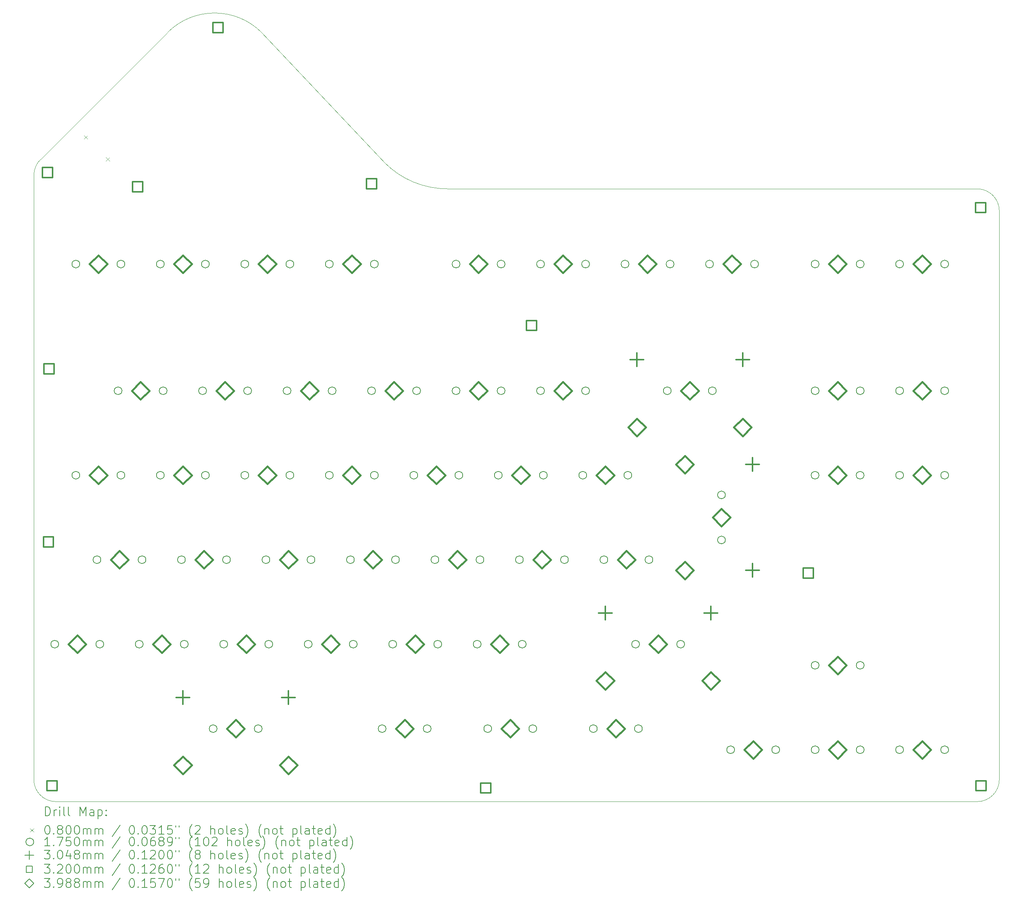
<source format=gbr>
%TF.GenerationSoftware,KiCad,Pcbnew,7.0.9-1.fc39*%
%TF.CreationDate,2024-01-02T19:26:53+02:00*%
%TF.ProjectId,SplitHside5,53706c69-7448-4736-9964-65352e6b6963,rev?*%
%TF.SameCoordinates,Original*%
%TF.FileFunction,Drillmap*%
%TF.FilePolarity,Positive*%
%FSLAX45Y45*%
G04 Gerber Fmt 4.5, Leading zero omitted, Abs format (unit mm)*
G04 Created by KiCad (PCBNEW 7.0.9-1.fc39) date 2024-01-02 19:26:53*
%MOMM*%
%LPD*%
G01*
G04 APERTURE LIST*
%ADD10C,0.050000*%
%ADD11C,0.100000*%
%ADD12C,0.200000*%
%ADD13C,0.175000*%
%ADD14C,0.304800*%
%ADD15C,0.320000*%
%ADD16C,0.398780*%
G04 APERTURE END LIST*
D10*
X4140200Y-14957500D02*
G75*
G03*
X4640200Y-15457500I500000J0D01*
G01*
X4142500Y-1547432D02*
X4142500Y-1480000D01*
X4655000Y-15457500D02*
X4640200Y-15457500D01*
X8255000Y-15457500D02*
X8405000Y-15457500D01*
X25035000Y-1637500D02*
X25196447Y-1637500D01*
X4433972Y-832719D02*
X7155598Y1888907D01*
X4142500Y-1754583D02*
X4142500Y-1547432D01*
X13982700Y-1638300D02*
X24820543Y-1639330D01*
X9276919Y1888907D02*
G75*
G03*
X7155599Y1888907I-1060660J-1060660D01*
G01*
X13779500Y-1638300D02*
X13709131Y-1637493D01*
X25910000Y-2137500D02*
G75*
G03*
X25410000Y-1637500I-500000J0D01*
G01*
X25196447Y-15457500D02*
X25035000Y-15457500D01*
X25910000Y-2137500D02*
X25910000Y-2436600D01*
X25290000Y-1637500D02*
X25336447Y-1637500D01*
X4655000Y-15457500D02*
X8255000Y-15457500D01*
D11*
X25910000Y-14957500D02*
X25910000Y-2436600D01*
D10*
X25410000Y-1637500D02*
X25336447Y-1637500D01*
X24820543Y-1639330D02*
X24821980Y-1639330D01*
X25035000Y-15457500D02*
X8405000Y-15457500D01*
D11*
X25410000Y-15457500D02*
G75*
G03*
X25910000Y-14957500I0J500000D01*
G01*
D10*
X25035000Y-1637500D02*
X24821980Y-1639330D01*
X9276919Y1888907D02*
X12053451Y-1050746D01*
X25196447Y-1637500D02*
X25290000Y-1637500D01*
X25290000Y-15457500D02*
X25196447Y-15457500D01*
X25336447Y-15457500D02*
X25290000Y-15457500D01*
X4141823Y-1331622D02*
X4142500Y-1381622D01*
D11*
X12053451Y-1050746D02*
G75*
G03*
X13470000Y-1637500I1416549J1416546D01*
G01*
D10*
X4142500Y-1381622D02*
X4142500Y-1480000D01*
X4142500Y-1754583D02*
X4140200Y-14957500D01*
X13982700Y-1638300D02*
X13779500Y-1638300D01*
X4288700Y-977639D02*
X4433972Y-832719D01*
X4288699Y-977639D02*
G75*
G03*
X4141823Y-1331622I353121J-353981D01*
G01*
X13470000Y-1637500D02*
X13709131Y-1637493D01*
X25410000Y-15457500D02*
X25336447Y-15457500D01*
D12*
D11*
X5273137Y-433137D02*
X5353137Y-513137D01*
X5353137Y-433137D02*
X5273137Y-513137D01*
X5768112Y-928112D02*
X5848112Y-1008112D01*
X5848112Y-928112D02*
X5768112Y-1008112D01*
D13*
X4699217Y-11906300D02*
G75*
G03*
X4699217Y-11906300I-87500J0D01*
G01*
X5175461Y-3333764D02*
G75*
G03*
X5175461Y-3333764I-87500J0D01*
G01*
X5175461Y-8096284D02*
G75*
G03*
X5175461Y-8096284I-87500J0D01*
G01*
X5651713Y-10001292D02*
G75*
G03*
X5651713Y-10001292I-87500J0D01*
G01*
X5715217Y-11906300D02*
G75*
G03*
X5715217Y-11906300I-87500J0D01*
G01*
X6127965Y-6191276D02*
G75*
G03*
X6127965Y-6191276I-87500J0D01*
G01*
X6191461Y-3333764D02*
G75*
G03*
X6191461Y-3333764I-87500J0D01*
G01*
X6191461Y-8096284D02*
G75*
G03*
X6191461Y-8096284I-87500J0D01*
G01*
X6604217Y-11906300D02*
G75*
G03*
X6604217Y-11906300I-87500J0D01*
G01*
X6667713Y-10001292D02*
G75*
G03*
X6667713Y-10001292I-87500J0D01*
G01*
X7080469Y-3333764D02*
G75*
G03*
X7080469Y-3333764I-87500J0D01*
G01*
X7080469Y-8096284D02*
G75*
G03*
X7080469Y-8096284I-87500J0D01*
G01*
X7143965Y-6191276D02*
G75*
G03*
X7143965Y-6191276I-87500J0D01*
G01*
X7556721Y-10001292D02*
G75*
G03*
X7556721Y-10001292I-87500J0D01*
G01*
X7620217Y-11906300D02*
G75*
G03*
X7620217Y-11906300I-87500J0D01*
G01*
X8032973Y-6191250D02*
G75*
G03*
X8032973Y-6191250I-87500J0D01*
G01*
X8096469Y-3333764D02*
G75*
G03*
X8096469Y-3333764I-87500J0D01*
G01*
X8096469Y-8096284D02*
G75*
G03*
X8096469Y-8096284I-87500J0D01*
G01*
X8271099Y-13811308D02*
G75*
G03*
X8271099Y-13811308I-87500J0D01*
G01*
X8509225Y-11906300D02*
G75*
G03*
X8509225Y-11906300I-87500J0D01*
G01*
X8572721Y-10001292D02*
G75*
G03*
X8572721Y-10001292I-87500J0D01*
G01*
X8985477Y-3333764D02*
G75*
G03*
X8985477Y-3333764I-87500J0D01*
G01*
X8985477Y-8096284D02*
G75*
G03*
X8985477Y-8096284I-87500J0D01*
G01*
X9048973Y-6191250D02*
G75*
G03*
X9048973Y-6191250I-87500J0D01*
G01*
X9287099Y-13811308D02*
G75*
G03*
X9287099Y-13811308I-87500J0D01*
G01*
X9461729Y-10001292D02*
G75*
G03*
X9461729Y-10001292I-87500J0D01*
G01*
X9525225Y-11906300D02*
G75*
G03*
X9525225Y-11906300I-87500J0D01*
G01*
X9937981Y-6191276D02*
G75*
G03*
X9937981Y-6191276I-87500J0D01*
G01*
X10001477Y-3333764D02*
G75*
G03*
X10001477Y-3333764I-87500J0D01*
G01*
X10001477Y-8096284D02*
G75*
G03*
X10001477Y-8096284I-87500J0D01*
G01*
X10414233Y-11906300D02*
G75*
G03*
X10414233Y-11906300I-87500J0D01*
G01*
X10477729Y-10001292D02*
G75*
G03*
X10477729Y-10001292I-87500J0D01*
G01*
X10890200Y-8096080D02*
G75*
G03*
X10890200Y-8096080I-87500J0D01*
G01*
X10890485Y-3333764D02*
G75*
G03*
X10890485Y-3333764I-87500J0D01*
G01*
X10953981Y-6191276D02*
G75*
G03*
X10953981Y-6191276I-87500J0D01*
G01*
X11366737Y-10001292D02*
G75*
G03*
X11366737Y-10001292I-87500J0D01*
G01*
X11430233Y-11906300D02*
G75*
G03*
X11430233Y-11906300I-87500J0D01*
G01*
X11842989Y-6191276D02*
G75*
G03*
X11842989Y-6191276I-87500J0D01*
G01*
X11906200Y-8096080D02*
G75*
G03*
X11906200Y-8096080I-87500J0D01*
G01*
X11906485Y-3333764D02*
G75*
G03*
X11906485Y-3333764I-87500J0D01*
G01*
X12081115Y-13811308D02*
G75*
G03*
X12081115Y-13811308I-87500J0D01*
G01*
X12319241Y-11906300D02*
G75*
G03*
X12319241Y-11906300I-87500J0D01*
G01*
X12382737Y-10001292D02*
G75*
G03*
X12382737Y-10001292I-87500J0D01*
G01*
X12795493Y-8096284D02*
G75*
G03*
X12795493Y-8096284I-87500J0D01*
G01*
X12858989Y-6191276D02*
G75*
G03*
X12858989Y-6191276I-87500J0D01*
G01*
X13097115Y-13811308D02*
G75*
G03*
X13097115Y-13811308I-87500J0D01*
G01*
X13271745Y-10001292D02*
G75*
G03*
X13271745Y-10001292I-87500J0D01*
G01*
X13335241Y-11906300D02*
G75*
G03*
X13335241Y-11906300I-87500J0D01*
G01*
X13747997Y-3333764D02*
G75*
G03*
X13747997Y-3333764I-87500J0D01*
G01*
X13747997Y-6191276D02*
G75*
G03*
X13747997Y-6191276I-87500J0D01*
G01*
X13811493Y-8096284D02*
G75*
G03*
X13811493Y-8096284I-87500J0D01*
G01*
X14224249Y-11906300D02*
G75*
G03*
X14224249Y-11906300I-87500J0D01*
G01*
X14287745Y-10001292D02*
G75*
G03*
X14287745Y-10001292I-87500J0D01*
G01*
X14462375Y-13811308D02*
G75*
G03*
X14462375Y-13811308I-87500J0D01*
G01*
X14700501Y-8096284D02*
G75*
G03*
X14700501Y-8096284I-87500J0D01*
G01*
X14763997Y-3333764D02*
G75*
G03*
X14763997Y-3333764I-87500J0D01*
G01*
X14763997Y-6191276D02*
G75*
G03*
X14763997Y-6191276I-87500J0D01*
G01*
X15176753Y-10001292D02*
G75*
G03*
X15176753Y-10001292I-87500J0D01*
G01*
X15240249Y-11906300D02*
G75*
G03*
X15240249Y-11906300I-87500J0D01*
G01*
X15478375Y-13811308D02*
G75*
G03*
X15478375Y-13811308I-87500J0D01*
G01*
X15653005Y-3333764D02*
G75*
G03*
X15653005Y-3333764I-87500J0D01*
G01*
X15653005Y-6191276D02*
G75*
G03*
X15653005Y-6191276I-87500J0D01*
G01*
X15716501Y-8096284D02*
G75*
G03*
X15716501Y-8096284I-87500J0D01*
G01*
X16192753Y-10001292D02*
G75*
G03*
X16192753Y-10001292I-87500J0D01*
G01*
X16605509Y-8096284D02*
G75*
G03*
X16605509Y-8096284I-87500J0D01*
G01*
X16669005Y-3333764D02*
G75*
G03*
X16669005Y-3333764I-87500J0D01*
G01*
X16669005Y-6191276D02*
G75*
G03*
X16669005Y-6191276I-87500J0D01*
G01*
X16843635Y-13811308D02*
G75*
G03*
X16843635Y-13811308I-87500J0D01*
G01*
X17081761Y-10001292D02*
G75*
G03*
X17081761Y-10001292I-87500J0D01*
G01*
X17558013Y-3333764D02*
G75*
G03*
X17558013Y-3333764I-87500J0D01*
G01*
X17621509Y-8096284D02*
G75*
G03*
X17621509Y-8096284I-87500J0D01*
G01*
X17796139Y-11906300D02*
G75*
G03*
X17796139Y-11906300I-87500J0D01*
G01*
X17859635Y-13811308D02*
G75*
G03*
X17859635Y-13811308I-87500J0D01*
G01*
X18097761Y-10001292D02*
G75*
G03*
X18097761Y-10001292I-87500J0D01*
G01*
X18510517Y-6191276D02*
G75*
G03*
X18510517Y-6191276I-87500J0D01*
G01*
X18574013Y-3333764D02*
G75*
G03*
X18574013Y-3333764I-87500J0D01*
G01*
X18812139Y-11906300D02*
G75*
G03*
X18812139Y-11906300I-87500J0D01*
G01*
X19463021Y-3333764D02*
G75*
G03*
X19463021Y-3333764I-87500J0D01*
G01*
X19526517Y-6191276D02*
G75*
G03*
X19526517Y-6191276I-87500J0D01*
G01*
X19732895Y-8540788D02*
G75*
G03*
X19732895Y-8540788I-87500J0D01*
G01*
X19732895Y-9556788D02*
G75*
G03*
X19732895Y-9556788I-87500J0D01*
G01*
X19939273Y-14287560D02*
G75*
G03*
X19939273Y-14287560I-87500J0D01*
G01*
X20479021Y-3333764D02*
G75*
G03*
X20479021Y-3333764I-87500J0D01*
G01*
X20955273Y-14287560D02*
G75*
G03*
X20955273Y-14287560I-87500J0D01*
G01*
X21842600Y-8096284D02*
G75*
G03*
X21842600Y-8096284I-87500J0D01*
G01*
X21844281Y-3333764D02*
G75*
G03*
X21844281Y-3333764I-87500J0D01*
G01*
X21844281Y-6191276D02*
G75*
G03*
X21844281Y-6191276I-87500J0D01*
G01*
X21844281Y-12382552D02*
G75*
G03*
X21844281Y-12382552I-87500J0D01*
G01*
X21844281Y-14287560D02*
G75*
G03*
X21844281Y-14287560I-87500J0D01*
G01*
X22858600Y-8096284D02*
G75*
G03*
X22858600Y-8096284I-87500J0D01*
G01*
X22860281Y-3333764D02*
G75*
G03*
X22860281Y-3333764I-87500J0D01*
G01*
X22860281Y-6191276D02*
G75*
G03*
X22860281Y-6191276I-87500J0D01*
G01*
X22860281Y-12382552D02*
G75*
G03*
X22860281Y-12382552I-87500J0D01*
G01*
X22860281Y-14287560D02*
G75*
G03*
X22860281Y-14287560I-87500J0D01*
G01*
X23748680Y-3333750D02*
G75*
G03*
X23748680Y-3333750I-87500J0D01*
G01*
X23748680Y-14287200D02*
G75*
G03*
X23748680Y-14287200I-87500J0D01*
G01*
X23749289Y-6191276D02*
G75*
G03*
X23749289Y-6191276I-87500J0D01*
G01*
X23749289Y-8096284D02*
G75*
G03*
X23749289Y-8096284I-87500J0D01*
G01*
X24764680Y-3333750D02*
G75*
G03*
X24764680Y-3333750I-87500J0D01*
G01*
X24764680Y-14287200D02*
G75*
G03*
X24764680Y-14287200I-87500J0D01*
G01*
X24765289Y-6191276D02*
G75*
G03*
X24765289Y-6191276I-87500J0D01*
G01*
X24765289Y-8096284D02*
G75*
G03*
X24765289Y-8096284I-87500J0D01*
G01*
D14*
X7500974Y-12960408D02*
X7500974Y-13265208D01*
X7348574Y-13112808D02*
X7653374Y-13112808D01*
X9882224Y-12960408D02*
X9882224Y-13265208D01*
X9729824Y-13112808D02*
X10034624Y-13112808D01*
X17026014Y-11055400D02*
X17026014Y-11360200D01*
X16873614Y-11207800D02*
X17178414Y-11207800D01*
X17740392Y-5340376D02*
X17740392Y-5645176D01*
X17587992Y-5492776D02*
X17892792Y-5492776D01*
X19407264Y-11055400D02*
X19407264Y-11360200D01*
X19254864Y-11207800D02*
X19559664Y-11207800D01*
X20121642Y-5340376D02*
X20121642Y-5645176D01*
X19969242Y-5492776D02*
X20274042Y-5492776D01*
X20343895Y-7702588D02*
X20343895Y-8007388D01*
X20191495Y-7854988D02*
X20496295Y-7854988D01*
X20343895Y-10090188D02*
X20343895Y-10394988D01*
X20191495Y-10242588D02*
X20496295Y-10242588D01*
D15*
X4563138Y-1383138D02*
X4563138Y-1156862D01*
X4336862Y-1156862D01*
X4336862Y-1383138D01*
X4563138Y-1383138D01*
X4583138Y-9713138D02*
X4583138Y-9486862D01*
X4356862Y-9486862D01*
X4356862Y-9713138D01*
X4583138Y-9713138D01*
X4593138Y-5810638D02*
X4593138Y-5584362D01*
X4366862Y-5584362D01*
X4366862Y-5810638D01*
X4593138Y-5810638D01*
X4663138Y-15213138D02*
X4663138Y-14986862D01*
X4436862Y-14986862D01*
X4436862Y-15213138D01*
X4663138Y-15213138D01*
X6593138Y-1703138D02*
X6593138Y-1476862D01*
X6366862Y-1476862D01*
X6366862Y-1703138D01*
X6593138Y-1703138D01*
X8403138Y1886862D02*
X8403138Y2113138D01*
X8176862Y2113138D01*
X8176862Y1886862D01*
X8403138Y1886862D01*
X11870638Y-1633138D02*
X11870638Y-1406862D01*
X11644362Y-1406862D01*
X11644362Y-1633138D01*
X11870638Y-1633138D01*
X14443138Y-15263138D02*
X14443138Y-15036862D01*
X14216862Y-15036862D01*
X14216862Y-15263138D01*
X14443138Y-15263138D01*
X15473138Y-4833138D02*
X15473138Y-4606862D01*
X15246862Y-4606862D01*
X15246862Y-4833138D01*
X15473138Y-4833138D01*
X21713138Y-10413138D02*
X21713138Y-10186862D01*
X21486862Y-10186862D01*
X21486862Y-10413138D01*
X21713138Y-10413138D01*
X25603138Y-2173138D02*
X25603138Y-1946862D01*
X25376862Y-1946862D01*
X25376862Y-2173138D01*
X25603138Y-2173138D01*
X25613138Y-15213138D02*
X25613138Y-14986862D01*
X25386862Y-14986862D01*
X25386862Y-15213138D01*
X25613138Y-15213138D01*
D16*
X5119717Y-12105690D02*
X5319107Y-11906300D01*
X5119717Y-11706910D01*
X4920327Y-11906300D01*
X5119717Y-12105690D01*
X5595961Y-3533154D02*
X5795351Y-3333764D01*
X5595961Y-3134374D01*
X5396571Y-3333764D01*
X5595961Y-3533154D01*
X5595961Y-8295674D02*
X5795351Y-8096284D01*
X5595961Y-7896894D01*
X5396571Y-8096284D01*
X5595961Y-8295674D01*
X6072213Y-10200682D02*
X6271603Y-10001292D01*
X6072213Y-9801902D01*
X5872823Y-10001292D01*
X6072213Y-10200682D01*
X6548465Y-6390666D02*
X6747855Y-6191276D01*
X6548465Y-5991886D01*
X6349075Y-6191276D01*
X6548465Y-6390666D01*
X7024717Y-12105690D02*
X7224107Y-11906300D01*
X7024717Y-11706910D01*
X6825327Y-11906300D01*
X7024717Y-12105690D01*
X7500969Y-3533154D02*
X7700359Y-3333764D01*
X7500969Y-3134374D01*
X7301579Y-3333764D01*
X7500969Y-3533154D01*
X7500969Y-8295674D02*
X7700359Y-8096284D01*
X7500969Y-7896894D01*
X7301579Y-8096284D01*
X7500969Y-8295674D01*
X7500974Y-14836198D02*
X7700364Y-14636808D01*
X7500974Y-14437418D01*
X7301584Y-14636808D01*
X7500974Y-14836198D01*
X7977221Y-10200682D02*
X8176611Y-10001292D01*
X7977221Y-9801902D01*
X7777831Y-10001292D01*
X7977221Y-10200682D01*
X8453473Y-6390640D02*
X8652863Y-6191250D01*
X8453473Y-5991860D01*
X8254083Y-6191250D01*
X8453473Y-6390640D01*
X8691599Y-14010698D02*
X8890989Y-13811308D01*
X8691599Y-13611918D01*
X8492209Y-13811308D01*
X8691599Y-14010698D01*
X8929725Y-12105690D02*
X9129115Y-11906300D01*
X8929725Y-11706910D01*
X8730335Y-11906300D01*
X8929725Y-12105690D01*
X9405977Y-3533154D02*
X9605367Y-3333764D01*
X9405977Y-3134374D01*
X9206587Y-3333764D01*
X9405977Y-3533154D01*
X9405977Y-8295674D02*
X9605367Y-8096284D01*
X9405977Y-7896894D01*
X9206587Y-8096284D01*
X9405977Y-8295674D01*
X9882224Y-14836198D02*
X10081614Y-14636808D01*
X9882224Y-14437418D01*
X9682834Y-14636808D01*
X9882224Y-14836198D01*
X9882229Y-10200682D02*
X10081619Y-10001292D01*
X9882229Y-9801902D01*
X9682839Y-10001292D01*
X9882229Y-10200682D01*
X10358481Y-6390666D02*
X10557871Y-6191276D01*
X10358481Y-5991886D01*
X10159091Y-6191276D01*
X10358481Y-6390666D01*
X10834733Y-12105690D02*
X11034123Y-11906300D01*
X10834733Y-11706910D01*
X10635343Y-11906300D01*
X10834733Y-12105690D01*
X11310700Y-8295470D02*
X11510090Y-8096080D01*
X11310700Y-7896690D01*
X11111310Y-8096080D01*
X11310700Y-8295470D01*
X11310985Y-3533154D02*
X11510375Y-3333764D01*
X11310985Y-3134374D01*
X11111595Y-3333764D01*
X11310985Y-3533154D01*
X11787237Y-10200682D02*
X11986627Y-10001292D01*
X11787237Y-9801902D01*
X11587847Y-10001292D01*
X11787237Y-10200682D01*
X12263489Y-6390666D02*
X12462879Y-6191276D01*
X12263489Y-5991886D01*
X12064099Y-6191276D01*
X12263489Y-6390666D01*
X12501615Y-14010698D02*
X12701005Y-13811308D01*
X12501615Y-13611918D01*
X12302225Y-13811308D01*
X12501615Y-14010698D01*
X12739741Y-12105690D02*
X12939131Y-11906300D01*
X12739741Y-11706910D01*
X12540351Y-11906300D01*
X12739741Y-12105690D01*
X13215993Y-8295674D02*
X13415383Y-8096284D01*
X13215993Y-7896894D01*
X13016603Y-8096284D01*
X13215993Y-8295674D01*
X13692245Y-10200682D02*
X13891635Y-10001292D01*
X13692245Y-9801902D01*
X13492855Y-10001292D01*
X13692245Y-10200682D01*
X14168497Y-3533154D02*
X14367887Y-3333764D01*
X14168497Y-3134374D01*
X13969107Y-3333764D01*
X14168497Y-3533154D01*
X14168497Y-6390666D02*
X14367887Y-6191276D01*
X14168497Y-5991886D01*
X13969107Y-6191276D01*
X14168497Y-6390666D01*
X14644749Y-12105690D02*
X14844139Y-11906300D01*
X14644749Y-11706910D01*
X14445359Y-11906300D01*
X14644749Y-12105690D01*
X14882875Y-14010698D02*
X15082265Y-13811308D01*
X14882875Y-13611918D01*
X14683485Y-13811308D01*
X14882875Y-14010698D01*
X15121001Y-8295674D02*
X15320391Y-8096284D01*
X15121001Y-7896894D01*
X14921611Y-8096284D01*
X15121001Y-8295674D01*
X15597253Y-10200682D02*
X15796643Y-10001292D01*
X15597253Y-9801902D01*
X15397863Y-10001292D01*
X15597253Y-10200682D01*
X16073505Y-3533154D02*
X16272895Y-3333764D01*
X16073505Y-3134374D01*
X15874115Y-3333764D01*
X16073505Y-3533154D01*
X16073505Y-6390666D02*
X16272895Y-6191276D01*
X16073505Y-5991886D01*
X15874115Y-6191276D01*
X16073505Y-6390666D01*
X17026009Y-8295674D02*
X17225399Y-8096284D01*
X17026009Y-7896894D01*
X16826619Y-8096284D01*
X17026009Y-8295674D01*
X17026014Y-12931190D02*
X17225404Y-12731800D01*
X17026014Y-12532410D01*
X16826624Y-12731800D01*
X17026014Y-12931190D01*
X17264135Y-14010698D02*
X17463525Y-13811308D01*
X17264135Y-13611918D01*
X17064745Y-13811308D01*
X17264135Y-14010698D01*
X17502261Y-10200682D02*
X17701651Y-10001292D01*
X17502261Y-9801902D01*
X17302871Y-10001292D01*
X17502261Y-10200682D01*
X17740392Y-7216166D02*
X17939782Y-7016776D01*
X17740392Y-6817386D01*
X17541002Y-7016776D01*
X17740392Y-7216166D01*
X17978513Y-3533154D02*
X18177903Y-3333764D01*
X17978513Y-3134374D01*
X17779123Y-3333764D01*
X17978513Y-3533154D01*
X18216639Y-12105690D02*
X18416029Y-11906300D01*
X18216639Y-11706910D01*
X18017249Y-11906300D01*
X18216639Y-12105690D01*
X18819895Y-8054378D02*
X19019285Y-7854988D01*
X18819895Y-7655598D01*
X18620505Y-7854988D01*
X18819895Y-8054378D01*
X18819895Y-10441978D02*
X19019285Y-10242588D01*
X18819895Y-10043198D01*
X18620505Y-10242588D01*
X18819895Y-10441978D01*
X18931017Y-6390666D02*
X19130407Y-6191276D01*
X18931017Y-5991886D01*
X18731627Y-6191276D01*
X18931017Y-6390666D01*
X19407264Y-12931190D02*
X19606654Y-12731800D01*
X19407264Y-12532410D01*
X19207874Y-12731800D01*
X19407264Y-12931190D01*
X19645395Y-9248178D02*
X19844785Y-9048788D01*
X19645395Y-8849398D01*
X19446005Y-9048788D01*
X19645395Y-9248178D01*
X19883521Y-3533154D02*
X20082911Y-3333764D01*
X19883521Y-3134374D01*
X19684131Y-3333764D01*
X19883521Y-3533154D01*
X20121642Y-7216166D02*
X20321032Y-7016776D01*
X20121642Y-6817386D01*
X19922252Y-7016776D01*
X20121642Y-7216166D01*
X20359773Y-14486950D02*
X20559163Y-14287560D01*
X20359773Y-14088170D01*
X20160383Y-14287560D01*
X20359773Y-14486950D01*
X22263100Y-8295674D02*
X22462490Y-8096284D01*
X22263100Y-7896894D01*
X22063710Y-8096284D01*
X22263100Y-8295674D01*
X22264781Y-3533154D02*
X22464171Y-3333764D01*
X22264781Y-3134374D01*
X22065391Y-3333764D01*
X22264781Y-3533154D01*
X22264781Y-6390666D02*
X22464171Y-6191276D01*
X22264781Y-5991886D01*
X22065391Y-6191276D01*
X22264781Y-6390666D01*
X22264781Y-12581942D02*
X22464171Y-12382552D01*
X22264781Y-12183162D01*
X22065391Y-12382552D01*
X22264781Y-12581942D01*
X22264781Y-14486950D02*
X22464171Y-14287560D01*
X22264781Y-14088170D01*
X22065391Y-14287560D01*
X22264781Y-14486950D01*
X24169180Y-3533140D02*
X24368570Y-3333750D01*
X24169180Y-3134360D01*
X23969790Y-3333750D01*
X24169180Y-3533140D01*
X24169180Y-14486590D02*
X24368570Y-14287200D01*
X24169180Y-14087810D01*
X23969790Y-14287200D01*
X24169180Y-14486590D01*
X24169789Y-6390666D02*
X24369179Y-6191276D01*
X24169789Y-5991886D01*
X23970399Y-6191276D01*
X24169789Y-6390666D01*
X24169789Y-8295674D02*
X24369179Y-8096284D01*
X24169789Y-7896894D01*
X23970399Y-8096284D01*
X24169789Y-8295674D01*
D12*
X4398477Y-15773984D02*
X4398477Y-15573984D01*
X4398477Y-15573984D02*
X4446096Y-15573984D01*
X4446096Y-15573984D02*
X4474667Y-15583508D01*
X4474667Y-15583508D02*
X4493715Y-15602555D01*
X4493715Y-15602555D02*
X4503239Y-15621603D01*
X4503239Y-15621603D02*
X4512763Y-15659698D01*
X4512763Y-15659698D02*
X4512763Y-15688269D01*
X4512763Y-15688269D02*
X4503239Y-15726365D01*
X4503239Y-15726365D02*
X4493715Y-15745412D01*
X4493715Y-15745412D02*
X4474667Y-15764460D01*
X4474667Y-15764460D02*
X4446096Y-15773984D01*
X4446096Y-15773984D02*
X4398477Y-15773984D01*
X4598477Y-15773984D02*
X4598477Y-15640650D01*
X4598477Y-15678746D02*
X4608001Y-15659698D01*
X4608001Y-15659698D02*
X4617524Y-15650174D01*
X4617524Y-15650174D02*
X4636572Y-15640650D01*
X4636572Y-15640650D02*
X4655620Y-15640650D01*
X4722286Y-15773984D02*
X4722286Y-15640650D01*
X4722286Y-15573984D02*
X4712763Y-15583508D01*
X4712763Y-15583508D02*
X4722286Y-15593031D01*
X4722286Y-15593031D02*
X4731810Y-15583508D01*
X4731810Y-15583508D02*
X4722286Y-15573984D01*
X4722286Y-15573984D02*
X4722286Y-15593031D01*
X4846096Y-15773984D02*
X4827048Y-15764460D01*
X4827048Y-15764460D02*
X4817524Y-15745412D01*
X4817524Y-15745412D02*
X4817524Y-15573984D01*
X4950858Y-15773984D02*
X4931810Y-15764460D01*
X4931810Y-15764460D02*
X4922286Y-15745412D01*
X4922286Y-15745412D02*
X4922286Y-15573984D01*
X5179429Y-15773984D02*
X5179429Y-15573984D01*
X5179429Y-15573984D02*
X5246096Y-15716841D01*
X5246096Y-15716841D02*
X5312763Y-15573984D01*
X5312763Y-15573984D02*
X5312763Y-15773984D01*
X5493715Y-15773984D02*
X5493715Y-15669222D01*
X5493715Y-15669222D02*
X5484191Y-15650174D01*
X5484191Y-15650174D02*
X5465144Y-15640650D01*
X5465144Y-15640650D02*
X5427048Y-15640650D01*
X5427048Y-15640650D02*
X5408001Y-15650174D01*
X5493715Y-15764460D02*
X5474667Y-15773984D01*
X5474667Y-15773984D02*
X5427048Y-15773984D01*
X5427048Y-15773984D02*
X5408001Y-15764460D01*
X5408001Y-15764460D02*
X5398477Y-15745412D01*
X5398477Y-15745412D02*
X5398477Y-15726365D01*
X5398477Y-15726365D02*
X5408001Y-15707317D01*
X5408001Y-15707317D02*
X5427048Y-15697793D01*
X5427048Y-15697793D02*
X5474667Y-15697793D01*
X5474667Y-15697793D02*
X5493715Y-15688269D01*
X5588953Y-15640650D02*
X5588953Y-15840650D01*
X5588953Y-15650174D02*
X5608001Y-15640650D01*
X5608001Y-15640650D02*
X5646096Y-15640650D01*
X5646096Y-15640650D02*
X5665143Y-15650174D01*
X5665143Y-15650174D02*
X5674667Y-15659698D01*
X5674667Y-15659698D02*
X5684191Y-15678746D01*
X5684191Y-15678746D02*
X5684191Y-15735888D01*
X5684191Y-15735888D02*
X5674667Y-15754936D01*
X5674667Y-15754936D02*
X5665143Y-15764460D01*
X5665143Y-15764460D02*
X5646096Y-15773984D01*
X5646096Y-15773984D02*
X5608001Y-15773984D01*
X5608001Y-15773984D02*
X5588953Y-15764460D01*
X5769905Y-15754936D02*
X5779429Y-15764460D01*
X5779429Y-15764460D02*
X5769905Y-15773984D01*
X5769905Y-15773984D02*
X5760382Y-15764460D01*
X5760382Y-15764460D02*
X5769905Y-15754936D01*
X5769905Y-15754936D02*
X5769905Y-15773984D01*
X5769905Y-15650174D02*
X5779429Y-15659698D01*
X5779429Y-15659698D02*
X5769905Y-15669222D01*
X5769905Y-15669222D02*
X5760382Y-15659698D01*
X5760382Y-15659698D02*
X5769905Y-15650174D01*
X5769905Y-15650174D02*
X5769905Y-15669222D01*
D11*
X4057700Y-16062500D02*
X4137700Y-16142500D01*
X4137700Y-16062500D02*
X4057700Y-16142500D01*
D12*
X4436572Y-15993984D02*
X4455620Y-15993984D01*
X4455620Y-15993984D02*
X4474667Y-16003508D01*
X4474667Y-16003508D02*
X4484191Y-16013031D01*
X4484191Y-16013031D02*
X4493715Y-16032079D01*
X4493715Y-16032079D02*
X4503239Y-16070174D01*
X4503239Y-16070174D02*
X4503239Y-16117793D01*
X4503239Y-16117793D02*
X4493715Y-16155888D01*
X4493715Y-16155888D02*
X4484191Y-16174936D01*
X4484191Y-16174936D02*
X4474667Y-16184460D01*
X4474667Y-16184460D02*
X4455620Y-16193984D01*
X4455620Y-16193984D02*
X4436572Y-16193984D01*
X4436572Y-16193984D02*
X4417524Y-16184460D01*
X4417524Y-16184460D02*
X4408001Y-16174936D01*
X4408001Y-16174936D02*
X4398477Y-16155888D01*
X4398477Y-16155888D02*
X4388953Y-16117793D01*
X4388953Y-16117793D02*
X4388953Y-16070174D01*
X4388953Y-16070174D02*
X4398477Y-16032079D01*
X4398477Y-16032079D02*
X4408001Y-16013031D01*
X4408001Y-16013031D02*
X4417524Y-16003508D01*
X4417524Y-16003508D02*
X4436572Y-15993984D01*
X4588953Y-16174936D02*
X4598477Y-16184460D01*
X4598477Y-16184460D02*
X4588953Y-16193984D01*
X4588953Y-16193984D02*
X4579429Y-16184460D01*
X4579429Y-16184460D02*
X4588953Y-16174936D01*
X4588953Y-16174936D02*
X4588953Y-16193984D01*
X4712763Y-16079698D02*
X4693715Y-16070174D01*
X4693715Y-16070174D02*
X4684191Y-16060650D01*
X4684191Y-16060650D02*
X4674667Y-16041603D01*
X4674667Y-16041603D02*
X4674667Y-16032079D01*
X4674667Y-16032079D02*
X4684191Y-16013031D01*
X4684191Y-16013031D02*
X4693715Y-16003508D01*
X4693715Y-16003508D02*
X4712763Y-15993984D01*
X4712763Y-15993984D02*
X4750858Y-15993984D01*
X4750858Y-15993984D02*
X4769905Y-16003508D01*
X4769905Y-16003508D02*
X4779429Y-16013031D01*
X4779429Y-16013031D02*
X4788953Y-16032079D01*
X4788953Y-16032079D02*
X4788953Y-16041603D01*
X4788953Y-16041603D02*
X4779429Y-16060650D01*
X4779429Y-16060650D02*
X4769905Y-16070174D01*
X4769905Y-16070174D02*
X4750858Y-16079698D01*
X4750858Y-16079698D02*
X4712763Y-16079698D01*
X4712763Y-16079698D02*
X4693715Y-16089222D01*
X4693715Y-16089222D02*
X4684191Y-16098746D01*
X4684191Y-16098746D02*
X4674667Y-16117793D01*
X4674667Y-16117793D02*
X4674667Y-16155888D01*
X4674667Y-16155888D02*
X4684191Y-16174936D01*
X4684191Y-16174936D02*
X4693715Y-16184460D01*
X4693715Y-16184460D02*
X4712763Y-16193984D01*
X4712763Y-16193984D02*
X4750858Y-16193984D01*
X4750858Y-16193984D02*
X4769905Y-16184460D01*
X4769905Y-16184460D02*
X4779429Y-16174936D01*
X4779429Y-16174936D02*
X4788953Y-16155888D01*
X4788953Y-16155888D02*
X4788953Y-16117793D01*
X4788953Y-16117793D02*
X4779429Y-16098746D01*
X4779429Y-16098746D02*
X4769905Y-16089222D01*
X4769905Y-16089222D02*
X4750858Y-16079698D01*
X4912763Y-15993984D02*
X4931810Y-15993984D01*
X4931810Y-15993984D02*
X4950858Y-16003508D01*
X4950858Y-16003508D02*
X4960382Y-16013031D01*
X4960382Y-16013031D02*
X4969905Y-16032079D01*
X4969905Y-16032079D02*
X4979429Y-16070174D01*
X4979429Y-16070174D02*
X4979429Y-16117793D01*
X4979429Y-16117793D02*
X4969905Y-16155888D01*
X4969905Y-16155888D02*
X4960382Y-16174936D01*
X4960382Y-16174936D02*
X4950858Y-16184460D01*
X4950858Y-16184460D02*
X4931810Y-16193984D01*
X4931810Y-16193984D02*
X4912763Y-16193984D01*
X4912763Y-16193984D02*
X4893715Y-16184460D01*
X4893715Y-16184460D02*
X4884191Y-16174936D01*
X4884191Y-16174936D02*
X4874667Y-16155888D01*
X4874667Y-16155888D02*
X4865144Y-16117793D01*
X4865144Y-16117793D02*
X4865144Y-16070174D01*
X4865144Y-16070174D02*
X4874667Y-16032079D01*
X4874667Y-16032079D02*
X4884191Y-16013031D01*
X4884191Y-16013031D02*
X4893715Y-16003508D01*
X4893715Y-16003508D02*
X4912763Y-15993984D01*
X5103239Y-15993984D02*
X5122286Y-15993984D01*
X5122286Y-15993984D02*
X5141334Y-16003508D01*
X5141334Y-16003508D02*
X5150858Y-16013031D01*
X5150858Y-16013031D02*
X5160382Y-16032079D01*
X5160382Y-16032079D02*
X5169905Y-16070174D01*
X5169905Y-16070174D02*
X5169905Y-16117793D01*
X5169905Y-16117793D02*
X5160382Y-16155888D01*
X5160382Y-16155888D02*
X5150858Y-16174936D01*
X5150858Y-16174936D02*
X5141334Y-16184460D01*
X5141334Y-16184460D02*
X5122286Y-16193984D01*
X5122286Y-16193984D02*
X5103239Y-16193984D01*
X5103239Y-16193984D02*
X5084191Y-16184460D01*
X5084191Y-16184460D02*
X5074667Y-16174936D01*
X5074667Y-16174936D02*
X5065144Y-16155888D01*
X5065144Y-16155888D02*
X5055620Y-16117793D01*
X5055620Y-16117793D02*
X5055620Y-16070174D01*
X5055620Y-16070174D02*
X5065144Y-16032079D01*
X5065144Y-16032079D02*
X5074667Y-16013031D01*
X5074667Y-16013031D02*
X5084191Y-16003508D01*
X5084191Y-16003508D02*
X5103239Y-15993984D01*
X5255620Y-16193984D02*
X5255620Y-16060650D01*
X5255620Y-16079698D02*
X5265144Y-16070174D01*
X5265144Y-16070174D02*
X5284191Y-16060650D01*
X5284191Y-16060650D02*
X5312763Y-16060650D01*
X5312763Y-16060650D02*
X5331810Y-16070174D01*
X5331810Y-16070174D02*
X5341334Y-16089222D01*
X5341334Y-16089222D02*
X5341334Y-16193984D01*
X5341334Y-16089222D02*
X5350858Y-16070174D01*
X5350858Y-16070174D02*
X5369905Y-16060650D01*
X5369905Y-16060650D02*
X5398477Y-16060650D01*
X5398477Y-16060650D02*
X5417525Y-16070174D01*
X5417525Y-16070174D02*
X5427048Y-16089222D01*
X5427048Y-16089222D02*
X5427048Y-16193984D01*
X5522286Y-16193984D02*
X5522286Y-16060650D01*
X5522286Y-16079698D02*
X5531810Y-16070174D01*
X5531810Y-16070174D02*
X5550858Y-16060650D01*
X5550858Y-16060650D02*
X5579429Y-16060650D01*
X5579429Y-16060650D02*
X5598477Y-16070174D01*
X5598477Y-16070174D02*
X5608001Y-16089222D01*
X5608001Y-16089222D02*
X5608001Y-16193984D01*
X5608001Y-16089222D02*
X5617524Y-16070174D01*
X5617524Y-16070174D02*
X5636572Y-16060650D01*
X5636572Y-16060650D02*
X5665143Y-16060650D01*
X5665143Y-16060650D02*
X5684191Y-16070174D01*
X5684191Y-16070174D02*
X5693715Y-16089222D01*
X5693715Y-16089222D02*
X5693715Y-16193984D01*
X6084191Y-15984460D02*
X5912763Y-16241603D01*
X6341334Y-15993984D02*
X6360382Y-15993984D01*
X6360382Y-15993984D02*
X6379429Y-16003508D01*
X6379429Y-16003508D02*
X6388953Y-16013031D01*
X6388953Y-16013031D02*
X6398477Y-16032079D01*
X6398477Y-16032079D02*
X6408001Y-16070174D01*
X6408001Y-16070174D02*
X6408001Y-16117793D01*
X6408001Y-16117793D02*
X6398477Y-16155888D01*
X6398477Y-16155888D02*
X6388953Y-16174936D01*
X6388953Y-16174936D02*
X6379429Y-16184460D01*
X6379429Y-16184460D02*
X6360382Y-16193984D01*
X6360382Y-16193984D02*
X6341334Y-16193984D01*
X6341334Y-16193984D02*
X6322286Y-16184460D01*
X6322286Y-16184460D02*
X6312763Y-16174936D01*
X6312763Y-16174936D02*
X6303239Y-16155888D01*
X6303239Y-16155888D02*
X6293715Y-16117793D01*
X6293715Y-16117793D02*
X6293715Y-16070174D01*
X6293715Y-16070174D02*
X6303239Y-16032079D01*
X6303239Y-16032079D02*
X6312763Y-16013031D01*
X6312763Y-16013031D02*
X6322286Y-16003508D01*
X6322286Y-16003508D02*
X6341334Y-15993984D01*
X6493715Y-16174936D02*
X6503239Y-16184460D01*
X6503239Y-16184460D02*
X6493715Y-16193984D01*
X6493715Y-16193984D02*
X6484191Y-16184460D01*
X6484191Y-16184460D02*
X6493715Y-16174936D01*
X6493715Y-16174936D02*
X6493715Y-16193984D01*
X6627048Y-15993984D02*
X6646096Y-15993984D01*
X6646096Y-15993984D02*
X6665144Y-16003508D01*
X6665144Y-16003508D02*
X6674667Y-16013031D01*
X6674667Y-16013031D02*
X6684191Y-16032079D01*
X6684191Y-16032079D02*
X6693715Y-16070174D01*
X6693715Y-16070174D02*
X6693715Y-16117793D01*
X6693715Y-16117793D02*
X6684191Y-16155888D01*
X6684191Y-16155888D02*
X6674667Y-16174936D01*
X6674667Y-16174936D02*
X6665144Y-16184460D01*
X6665144Y-16184460D02*
X6646096Y-16193984D01*
X6646096Y-16193984D02*
X6627048Y-16193984D01*
X6627048Y-16193984D02*
X6608001Y-16184460D01*
X6608001Y-16184460D02*
X6598477Y-16174936D01*
X6598477Y-16174936D02*
X6588953Y-16155888D01*
X6588953Y-16155888D02*
X6579429Y-16117793D01*
X6579429Y-16117793D02*
X6579429Y-16070174D01*
X6579429Y-16070174D02*
X6588953Y-16032079D01*
X6588953Y-16032079D02*
X6598477Y-16013031D01*
X6598477Y-16013031D02*
X6608001Y-16003508D01*
X6608001Y-16003508D02*
X6627048Y-15993984D01*
X6760382Y-15993984D02*
X6884191Y-15993984D01*
X6884191Y-15993984D02*
X6817525Y-16070174D01*
X6817525Y-16070174D02*
X6846096Y-16070174D01*
X6846096Y-16070174D02*
X6865144Y-16079698D01*
X6865144Y-16079698D02*
X6874667Y-16089222D01*
X6874667Y-16089222D02*
X6884191Y-16108269D01*
X6884191Y-16108269D02*
X6884191Y-16155888D01*
X6884191Y-16155888D02*
X6874667Y-16174936D01*
X6874667Y-16174936D02*
X6865144Y-16184460D01*
X6865144Y-16184460D02*
X6846096Y-16193984D01*
X6846096Y-16193984D02*
X6788953Y-16193984D01*
X6788953Y-16193984D02*
X6769906Y-16184460D01*
X6769906Y-16184460D02*
X6760382Y-16174936D01*
X7074667Y-16193984D02*
X6960382Y-16193984D01*
X7017525Y-16193984D02*
X7017525Y-15993984D01*
X7017525Y-15993984D02*
X6998477Y-16022555D01*
X6998477Y-16022555D02*
X6979429Y-16041603D01*
X6979429Y-16041603D02*
X6960382Y-16051127D01*
X7255620Y-15993984D02*
X7160382Y-15993984D01*
X7160382Y-15993984D02*
X7150858Y-16089222D01*
X7150858Y-16089222D02*
X7160382Y-16079698D01*
X7160382Y-16079698D02*
X7179429Y-16070174D01*
X7179429Y-16070174D02*
X7227048Y-16070174D01*
X7227048Y-16070174D02*
X7246096Y-16079698D01*
X7246096Y-16079698D02*
X7255620Y-16089222D01*
X7255620Y-16089222D02*
X7265144Y-16108269D01*
X7265144Y-16108269D02*
X7265144Y-16155888D01*
X7265144Y-16155888D02*
X7255620Y-16174936D01*
X7255620Y-16174936D02*
X7246096Y-16184460D01*
X7246096Y-16184460D02*
X7227048Y-16193984D01*
X7227048Y-16193984D02*
X7179429Y-16193984D01*
X7179429Y-16193984D02*
X7160382Y-16184460D01*
X7160382Y-16184460D02*
X7150858Y-16174936D01*
X7341334Y-15993984D02*
X7341334Y-16032079D01*
X7417525Y-15993984D02*
X7417525Y-16032079D01*
X7712763Y-16270174D02*
X7703239Y-16260650D01*
X7703239Y-16260650D02*
X7684191Y-16232079D01*
X7684191Y-16232079D02*
X7674668Y-16213031D01*
X7674668Y-16213031D02*
X7665144Y-16184460D01*
X7665144Y-16184460D02*
X7655620Y-16136841D01*
X7655620Y-16136841D02*
X7655620Y-16098746D01*
X7655620Y-16098746D02*
X7665144Y-16051127D01*
X7665144Y-16051127D02*
X7674668Y-16022555D01*
X7674668Y-16022555D02*
X7684191Y-16003508D01*
X7684191Y-16003508D02*
X7703239Y-15974936D01*
X7703239Y-15974936D02*
X7712763Y-15965412D01*
X7779429Y-16013031D02*
X7788953Y-16003508D01*
X7788953Y-16003508D02*
X7808001Y-15993984D01*
X7808001Y-15993984D02*
X7855620Y-15993984D01*
X7855620Y-15993984D02*
X7874668Y-16003508D01*
X7874668Y-16003508D02*
X7884191Y-16013031D01*
X7884191Y-16013031D02*
X7893715Y-16032079D01*
X7893715Y-16032079D02*
X7893715Y-16051127D01*
X7893715Y-16051127D02*
X7884191Y-16079698D01*
X7884191Y-16079698D02*
X7769906Y-16193984D01*
X7769906Y-16193984D02*
X7893715Y-16193984D01*
X8131810Y-16193984D02*
X8131810Y-15993984D01*
X8217525Y-16193984D02*
X8217525Y-16089222D01*
X8217525Y-16089222D02*
X8208001Y-16070174D01*
X8208001Y-16070174D02*
X8188953Y-16060650D01*
X8188953Y-16060650D02*
X8160382Y-16060650D01*
X8160382Y-16060650D02*
X8141334Y-16070174D01*
X8141334Y-16070174D02*
X8131810Y-16079698D01*
X8341334Y-16193984D02*
X8322287Y-16184460D01*
X8322287Y-16184460D02*
X8312763Y-16174936D01*
X8312763Y-16174936D02*
X8303239Y-16155888D01*
X8303239Y-16155888D02*
X8303239Y-16098746D01*
X8303239Y-16098746D02*
X8312763Y-16079698D01*
X8312763Y-16079698D02*
X8322287Y-16070174D01*
X8322287Y-16070174D02*
X8341334Y-16060650D01*
X8341334Y-16060650D02*
X8369906Y-16060650D01*
X8369906Y-16060650D02*
X8388953Y-16070174D01*
X8388953Y-16070174D02*
X8398477Y-16079698D01*
X8398477Y-16079698D02*
X8408001Y-16098746D01*
X8408001Y-16098746D02*
X8408001Y-16155888D01*
X8408001Y-16155888D02*
X8398477Y-16174936D01*
X8398477Y-16174936D02*
X8388953Y-16184460D01*
X8388953Y-16184460D02*
X8369906Y-16193984D01*
X8369906Y-16193984D02*
X8341334Y-16193984D01*
X8522287Y-16193984D02*
X8503239Y-16184460D01*
X8503239Y-16184460D02*
X8493715Y-16165412D01*
X8493715Y-16165412D02*
X8493715Y-15993984D01*
X8674668Y-16184460D02*
X8655620Y-16193984D01*
X8655620Y-16193984D02*
X8617525Y-16193984D01*
X8617525Y-16193984D02*
X8598477Y-16184460D01*
X8598477Y-16184460D02*
X8588953Y-16165412D01*
X8588953Y-16165412D02*
X8588953Y-16089222D01*
X8588953Y-16089222D02*
X8598477Y-16070174D01*
X8598477Y-16070174D02*
X8617525Y-16060650D01*
X8617525Y-16060650D02*
X8655620Y-16060650D01*
X8655620Y-16060650D02*
X8674668Y-16070174D01*
X8674668Y-16070174D02*
X8684192Y-16089222D01*
X8684192Y-16089222D02*
X8684192Y-16108269D01*
X8684192Y-16108269D02*
X8588953Y-16127317D01*
X8760382Y-16184460D02*
X8779430Y-16193984D01*
X8779430Y-16193984D02*
X8817525Y-16193984D01*
X8817525Y-16193984D02*
X8836573Y-16184460D01*
X8836573Y-16184460D02*
X8846096Y-16165412D01*
X8846096Y-16165412D02*
X8846096Y-16155888D01*
X8846096Y-16155888D02*
X8836573Y-16136841D01*
X8836573Y-16136841D02*
X8817525Y-16127317D01*
X8817525Y-16127317D02*
X8788953Y-16127317D01*
X8788953Y-16127317D02*
X8769906Y-16117793D01*
X8769906Y-16117793D02*
X8760382Y-16098746D01*
X8760382Y-16098746D02*
X8760382Y-16089222D01*
X8760382Y-16089222D02*
X8769906Y-16070174D01*
X8769906Y-16070174D02*
X8788953Y-16060650D01*
X8788953Y-16060650D02*
X8817525Y-16060650D01*
X8817525Y-16060650D02*
X8836573Y-16070174D01*
X8912763Y-16270174D02*
X8922287Y-16260650D01*
X8922287Y-16260650D02*
X8941334Y-16232079D01*
X8941334Y-16232079D02*
X8950858Y-16213031D01*
X8950858Y-16213031D02*
X8960382Y-16184460D01*
X8960382Y-16184460D02*
X8969906Y-16136841D01*
X8969906Y-16136841D02*
X8969906Y-16098746D01*
X8969906Y-16098746D02*
X8960382Y-16051127D01*
X8960382Y-16051127D02*
X8950858Y-16022555D01*
X8950858Y-16022555D02*
X8941334Y-16003508D01*
X8941334Y-16003508D02*
X8922287Y-15974936D01*
X8922287Y-15974936D02*
X8912763Y-15965412D01*
X9274668Y-16270174D02*
X9265144Y-16260650D01*
X9265144Y-16260650D02*
X9246096Y-16232079D01*
X9246096Y-16232079D02*
X9236573Y-16213031D01*
X9236573Y-16213031D02*
X9227049Y-16184460D01*
X9227049Y-16184460D02*
X9217525Y-16136841D01*
X9217525Y-16136841D02*
X9217525Y-16098746D01*
X9217525Y-16098746D02*
X9227049Y-16051127D01*
X9227049Y-16051127D02*
X9236573Y-16022555D01*
X9236573Y-16022555D02*
X9246096Y-16003508D01*
X9246096Y-16003508D02*
X9265144Y-15974936D01*
X9265144Y-15974936D02*
X9274668Y-15965412D01*
X9350858Y-16060650D02*
X9350858Y-16193984D01*
X9350858Y-16079698D02*
X9360382Y-16070174D01*
X9360382Y-16070174D02*
X9379430Y-16060650D01*
X9379430Y-16060650D02*
X9408001Y-16060650D01*
X9408001Y-16060650D02*
X9427049Y-16070174D01*
X9427049Y-16070174D02*
X9436573Y-16089222D01*
X9436573Y-16089222D02*
X9436573Y-16193984D01*
X9560382Y-16193984D02*
X9541334Y-16184460D01*
X9541334Y-16184460D02*
X9531811Y-16174936D01*
X9531811Y-16174936D02*
X9522287Y-16155888D01*
X9522287Y-16155888D02*
X9522287Y-16098746D01*
X9522287Y-16098746D02*
X9531811Y-16079698D01*
X9531811Y-16079698D02*
X9541334Y-16070174D01*
X9541334Y-16070174D02*
X9560382Y-16060650D01*
X9560382Y-16060650D02*
X9588954Y-16060650D01*
X9588954Y-16060650D02*
X9608001Y-16070174D01*
X9608001Y-16070174D02*
X9617525Y-16079698D01*
X9617525Y-16079698D02*
X9627049Y-16098746D01*
X9627049Y-16098746D02*
X9627049Y-16155888D01*
X9627049Y-16155888D02*
X9617525Y-16174936D01*
X9617525Y-16174936D02*
X9608001Y-16184460D01*
X9608001Y-16184460D02*
X9588954Y-16193984D01*
X9588954Y-16193984D02*
X9560382Y-16193984D01*
X9684192Y-16060650D02*
X9760382Y-16060650D01*
X9712763Y-15993984D02*
X9712763Y-16165412D01*
X9712763Y-16165412D02*
X9722287Y-16184460D01*
X9722287Y-16184460D02*
X9741334Y-16193984D01*
X9741334Y-16193984D02*
X9760382Y-16193984D01*
X9979430Y-16060650D02*
X9979430Y-16260650D01*
X9979430Y-16070174D02*
X9998477Y-16060650D01*
X9998477Y-16060650D02*
X10036573Y-16060650D01*
X10036573Y-16060650D02*
X10055620Y-16070174D01*
X10055620Y-16070174D02*
X10065144Y-16079698D01*
X10065144Y-16079698D02*
X10074668Y-16098746D01*
X10074668Y-16098746D02*
X10074668Y-16155888D01*
X10074668Y-16155888D02*
X10065144Y-16174936D01*
X10065144Y-16174936D02*
X10055620Y-16184460D01*
X10055620Y-16184460D02*
X10036573Y-16193984D01*
X10036573Y-16193984D02*
X9998477Y-16193984D01*
X9998477Y-16193984D02*
X9979430Y-16184460D01*
X10188954Y-16193984D02*
X10169906Y-16184460D01*
X10169906Y-16184460D02*
X10160382Y-16165412D01*
X10160382Y-16165412D02*
X10160382Y-15993984D01*
X10350858Y-16193984D02*
X10350858Y-16089222D01*
X10350858Y-16089222D02*
X10341335Y-16070174D01*
X10341335Y-16070174D02*
X10322287Y-16060650D01*
X10322287Y-16060650D02*
X10284192Y-16060650D01*
X10284192Y-16060650D02*
X10265144Y-16070174D01*
X10350858Y-16184460D02*
X10331811Y-16193984D01*
X10331811Y-16193984D02*
X10284192Y-16193984D01*
X10284192Y-16193984D02*
X10265144Y-16184460D01*
X10265144Y-16184460D02*
X10255620Y-16165412D01*
X10255620Y-16165412D02*
X10255620Y-16146365D01*
X10255620Y-16146365D02*
X10265144Y-16127317D01*
X10265144Y-16127317D02*
X10284192Y-16117793D01*
X10284192Y-16117793D02*
X10331811Y-16117793D01*
X10331811Y-16117793D02*
X10350858Y-16108269D01*
X10417525Y-16060650D02*
X10493715Y-16060650D01*
X10446096Y-15993984D02*
X10446096Y-16165412D01*
X10446096Y-16165412D02*
X10455620Y-16184460D01*
X10455620Y-16184460D02*
X10474668Y-16193984D01*
X10474668Y-16193984D02*
X10493715Y-16193984D01*
X10636573Y-16184460D02*
X10617525Y-16193984D01*
X10617525Y-16193984D02*
X10579430Y-16193984D01*
X10579430Y-16193984D02*
X10560382Y-16184460D01*
X10560382Y-16184460D02*
X10550858Y-16165412D01*
X10550858Y-16165412D02*
X10550858Y-16089222D01*
X10550858Y-16089222D02*
X10560382Y-16070174D01*
X10560382Y-16070174D02*
X10579430Y-16060650D01*
X10579430Y-16060650D02*
X10617525Y-16060650D01*
X10617525Y-16060650D02*
X10636573Y-16070174D01*
X10636573Y-16070174D02*
X10646096Y-16089222D01*
X10646096Y-16089222D02*
X10646096Y-16108269D01*
X10646096Y-16108269D02*
X10550858Y-16127317D01*
X10817525Y-16193984D02*
X10817525Y-15993984D01*
X10817525Y-16184460D02*
X10798477Y-16193984D01*
X10798477Y-16193984D02*
X10760382Y-16193984D01*
X10760382Y-16193984D02*
X10741335Y-16184460D01*
X10741335Y-16184460D02*
X10731811Y-16174936D01*
X10731811Y-16174936D02*
X10722287Y-16155888D01*
X10722287Y-16155888D02*
X10722287Y-16098746D01*
X10722287Y-16098746D02*
X10731811Y-16079698D01*
X10731811Y-16079698D02*
X10741335Y-16070174D01*
X10741335Y-16070174D02*
X10760382Y-16060650D01*
X10760382Y-16060650D02*
X10798477Y-16060650D01*
X10798477Y-16060650D02*
X10817525Y-16070174D01*
X10893716Y-16270174D02*
X10903239Y-16260650D01*
X10903239Y-16260650D02*
X10922287Y-16232079D01*
X10922287Y-16232079D02*
X10931811Y-16213031D01*
X10931811Y-16213031D02*
X10941335Y-16184460D01*
X10941335Y-16184460D02*
X10950858Y-16136841D01*
X10950858Y-16136841D02*
X10950858Y-16098746D01*
X10950858Y-16098746D02*
X10941335Y-16051127D01*
X10941335Y-16051127D02*
X10931811Y-16022555D01*
X10931811Y-16022555D02*
X10922287Y-16003508D01*
X10922287Y-16003508D02*
X10903239Y-15974936D01*
X10903239Y-15974936D02*
X10893716Y-15965412D01*
D13*
X4137700Y-16366500D02*
G75*
G03*
X4137700Y-16366500I-87500J0D01*
G01*
D12*
X4503239Y-16457984D02*
X4388953Y-16457984D01*
X4446096Y-16457984D02*
X4446096Y-16257984D01*
X4446096Y-16257984D02*
X4427048Y-16286555D01*
X4427048Y-16286555D02*
X4408001Y-16305603D01*
X4408001Y-16305603D02*
X4388953Y-16315127D01*
X4588953Y-16438936D02*
X4598477Y-16448460D01*
X4598477Y-16448460D02*
X4588953Y-16457984D01*
X4588953Y-16457984D02*
X4579429Y-16448460D01*
X4579429Y-16448460D02*
X4588953Y-16438936D01*
X4588953Y-16438936D02*
X4588953Y-16457984D01*
X4665144Y-16257984D02*
X4798477Y-16257984D01*
X4798477Y-16257984D02*
X4712763Y-16457984D01*
X4969905Y-16257984D02*
X4874667Y-16257984D01*
X4874667Y-16257984D02*
X4865144Y-16353222D01*
X4865144Y-16353222D02*
X4874667Y-16343698D01*
X4874667Y-16343698D02*
X4893715Y-16334174D01*
X4893715Y-16334174D02*
X4941334Y-16334174D01*
X4941334Y-16334174D02*
X4960382Y-16343698D01*
X4960382Y-16343698D02*
X4969905Y-16353222D01*
X4969905Y-16353222D02*
X4979429Y-16372269D01*
X4979429Y-16372269D02*
X4979429Y-16419888D01*
X4979429Y-16419888D02*
X4969905Y-16438936D01*
X4969905Y-16438936D02*
X4960382Y-16448460D01*
X4960382Y-16448460D02*
X4941334Y-16457984D01*
X4941334Y-16457984D02*
X4893715Y-16457984D01*
X4893715Y-16457984D02*
X4874667Y-16448460D01*
X4874667Y-16448460D02*
X4865144Y-16438936D01*
X5103239Y-16257984D02*
X5122286Y-16257984D01*
X5122286Y-16257984D02*
X5141334Y-16267508D01*
X5141334Y-16267508D02*
X5150858Y-16277031D01*
X5150858Y-16277031D02*
X5160382Y-16296079D01*
X5160382Y-16296079D02*
X5169905Y-16334174D01*
X5169905Y-16334174D02*
X5169905Y-16381793D01*
X5169905Y-16381793D02*
X5160382Y-16419888D01*
X5160382Y-16419888D02*
X5150858Y-16438936D01*
X5150858Y-16438936D02*
X5141334Y-16448460D01*
X5141334Y-16448460D02*
X5122286Y-16457984D01*
X5122286Y-16457984D02*
X5103239Y-16457984D01*
X5103239Y-16457984D02*
X5084191Y-16448460D01*
X5084191Y-16448460D02*
X5074667Y-16438936D01*
X5074667Y-16438936D02*
X5065144Y-16419888D01*
X5065144Y-16419888D02*
X5055620Y-16381793D01*
X5055620Y-16381793D02*
X5055620Y-16334174D01*
X5055620Y-16334174D02*
X5065144Y-16296079D01*
X5065144Y-16296079D02*
X5074667Y-16277031D01*
X5074667Y-16277031D02*
X5084191Y-16267508D01*
X5084191Y-16267508D02*
X5103239Y-16257984D01*
X5255620Y-16457984D02*
X5255620Y-16324650D01*
X5255620Y-16343698D02*
X5265144Y-16334174D01*
X5265144Y-16334174D02*
X5284191Y-16324650D01*
X5284191Y-16324650D02*
X5312763Y-16324650D01*
X5312763Y-16324650D02*
X5331810Y-16334174D01*
X5331810Y-16334174D02*
X5341334Y-16353222D01*
X5341334Y-16353222D02*
X5341334Y-16457984D01*
X5341334Y-16353222D02*
X5350858Y-16334174D01*
X5350858Y-16334174D02*
X5369905Y-16324650D01*
X5369905Y-16324650D02*
X5398477Y-16324650D01*
X5398477Y-16324650D02*
X5417525Y-16334174D01*
X5417525Y-16334174D02*
X5427048Y-16353222D01*
X5427048Y-16353222D02*
X5427048Y-16457984D01*
X5522286Y-16457984D02*
X5522286Y-16324650D01*
X5522286Y-16343698D02*
X5531810Y-16334174D01*
X5531810Y-16334174D02*
X5550858Y-16324650D01*
X5550858Y-16324650D02*
X5579429Y-16324650D01*
X5579429Y-16324650D02*
X5598477Y-16334174D01*
X5598477Y-16334174D02*
X5608001Y-16353222D01*
X5608001Y-16353222D02*
X5608001Y-16457984D01*
X5608001Y-16353222D02*
X5617524Y-16334174D01*
X5617524Y-16334174D02*
X5636572Y-16324650D01*
X5636572Y-16324650D02*
X5665143Y-16324650D01*
X5665143Y-16324650D02*
X5684191Y-16334174D01*
X5684191Y-16334174D02*
X5693715Y-16353222D01*
X5693715Y-16353222D02*
X5693715Y-16457984D01*
X6084191Y-16248460D02*
X5912763Y-16505603D01*
X6341334Y-16257984D02*
X6360382Y-16257984D01*
X6360382Y-16257984D02*
X6379429Y-16267508D01*
X6379429Y-16267508D02*
X6388953Y-16277031D01*
X6388953Y-16277031D02*
X6398477Y-16296079D01*
X6398477Y-16296079D02*
X6408001Y-16334174D01*
X6408001Y-16334174D02*
X6408001Y-16381793D01*
X6408001Y-16381793D02*
X6398477Y-16419888D01*
X6398477Y-16419888D02*
X6388953Y-16438936D01*
X6388953Y-16438936D02*
X6379429Y-16448460D01*
X6379429Y-16448460D02*
X6360382Y-16457984D01*
X6360382Y-16457984D02*
X6341334Y-16457984D01*
X6341334Y-16457984D02*
X6322286Y-16448460D01*
X6322286Y-16448460D02*
X6312763Y-16438936D01*
X6312763Y-16438936D02*
X6303239Y-16419888D01*
X6303239Y-16419888D02*
X6293715Y-16381793D01*
X6293715Y-16381793D02*
X6293715Y-16334174D01*
X6293715Y-16334174D02*
X6303239Y-16296079D01*
X6303239Y-16296079D02*
X6312763Y-16277031D01*
X6312763Y-16277031D02*
X6322286Y-16267508D01*
X6322286Y-16267508D02*
X6341334Y-16257984D01*
X6493715Y-16438936D02*
X6503239Y-16448460D01*
X6503239Y-16448460D02*
X6493715Y-16457984D01*
X6493715Y-16457984D02*
X6484191Y-16448460D01*
X6484191Y-16448460D02*
X6493715Y-16438936D01*
X6493715Y-16438936D02*
X6493715Y-16457984D01*
X6627048Y-16257984D02*
X6646096Y-16257984D01*
X6646096Y-16257984D02*
X6665144Y-16267508D01*
X6665144Y-16267508D02*
X6674667Y-16277031D01*
X6674667Y-16277031D02*
X6684191Y-16296079D01*
X6684191Y-16296079D02*
X6693715Y-16334174D01*
X6693715Y-16334174D02*
X6693715Y-16381793D01*
X6693715Y-16381793D02*
X6684191Y-16419888D01*
X6684191Y-16419888D02*
X6674667Y-16438936D01*
X6674667Y-16438936D02*
X6665144Y-16448460D01*
X6665144Y-16448460D02*
X6646096Y-16457984D01*
X6646096Y-16457984D02*
X6627048Y-16457984D01*
X6627048Y-16457984D02*
X6608001Y-16448460D01*
X6608001Y-16448460D02*
X6598477Y-16438936D01*
X6598477Y-16438936D02*
X6588953Y-16419888D01*
X6588953Y-16419888D02*
X6579429Y-16381793D01*
X6579429Y-16381793D02*
X6579429Y-16334174D01*
X6579429Y-16334174D02*
X6588953Y-16296079D01*
X6588953Y-16296079D02*
X6598477Y-16277031D01*
X6598477Y-16277031D02*
X6608001Y-16267508D01*
X6608001Y-16267508D02*
X6627048Y-16257984D01*
X6865144Y-16257984D02*
X6827048Y-16257984D01*
X6827048Y-16257984D02*
X6808001Y-16267508D01*
X6808001Y-16267508D02*
X6798477Y-16277031D01*
X6798477Y-16277031D02*
X6779429Y-16305603D01*
X6779429Y-16305603D02*
X6769906Y-16343698D01*
X6769906Y-16343698D02*
X6769906Y-16419888D01*
X6769906Y-16419888D02*
X6779429Y-16438936D01*
X6779429Y-16438936D02*
X6788953Y-16448460D01*
X6788953Y-16448460D02*
X6808001Y-16457984D01*
X6808001Y-16457984D02*
X6846096Y-16457984D01*
X6846096Y-16457984D02*
X6865144Y-16448460D01*
X6865144Y-16448460D02*
X6874667Y-16438936D01*
X6874667Y-16438936D02*
X6884191Y-16419888D01*
X6884191Y-16419888D02*
X6884191Y-16372269D01*
X6884191Y-16372269D02*
X6874667Y-16353222D01*
X6874667Y-16353222D02*
X6865144Y-16343698D01*
X6865144Y-16343698D02*
X6846096Y-16334174D01*
X6846096Y-16334174D02*
X6808001Y-16334174D01*
X6808001Y-16334174D02*
X6788953Y-16343698D01*
X6788953Y-16343698D02*
X6779429Y-16353222D01*
X6779429Y-16353222D02*
X6769906Y-16372269D01*
X6998477Y-16343698D02*
X6979429Y-16334174D01*
X6979429Y-16334174D02*
X6969906Y-16324650D01*
X6969906Y-16324650D02*
X6960382Y-16305603D01*
X6960382Y-16305603D02*
X6960382Y-16296079D01*
X6960382Y-16296079D02*
X6969906Y-16277031D01*
X6969906Y-16277031D02*
X6979429Y-16267508D01*
X6979429Y-16267508D02*
X6998477Y-16257984D01*
X6998477Y-16257984D02*
X7036572Y-16257984D01*
X7036572Y-16257984D02*
X7055620Y-16267508D01*
X7055620Y-16267508D02*
X7065144Y-16277031D01*
X7065144Y-16277031D02*
X7074667Y-16296079D01*
X7074667Y-16296079D02*
X7074667Y-16305603D01*
X7074667Y-16305603D02*
X7065144Y-16324650D01*
X7065144Y-16324650D02*
X7055620Y-16334174D01*
X7055620Y-16334174D02*
X7036572Y-16343698D01*
X7036572Y-16343698D02*
X6998477Y-16343698D01*
X6998477Y-16343698D02*
X6979429Y-16353222D01*
X6979429Y-16353222D02*
X6969906Y-16362746D01*
X6969906Y-16362746D02*
X6960382Y-16381793D01*
X6960382Y-16381793D02*
X6960382Y-16419888D01*
X6960382Y-16419888D02*
X6969906Y-16438936D01*
X6969906Y-16438936D02*
X6979429Y-16448460D01*
X6979429Y-16448460D02*
X6998477Y-16457984D01*
X6998477Y-16457984D02*
X7036572Y-16457984D01*
X7036572Y-16457984D02*
X7055620Y-16448460D01*
X7055620Y-16448460D02*
X7065144Y-16438936D01*
X7065144Y-16438936D02*
X7074667Y-16419888D01*
X7074667Y-16419888D02*
X7074667Y-16381793D01*
X7074667Y-16381793D02*
X7065144Y-16362746D01*
X7065144Y-16362746D02*
X7055620Y-16353222D01*
X7055620Y-16353222D02*
X7036572Y-16343698D01*
X7169906Y-16457984D02*
X7208001Y-16457984D01*
X7208001Y-16457984D02*
X7227048Y-16448460D01*
X7227048Y-16448460D02*
X7236572Y-16438936D01*
X7236572Y-16438936D02*
X7255620Y-16410365D01*
X7255620Y-16410365D02*
X7265144Y-16372269D01*
X7265144Y-16372269D02*
X7265144Y-16296079D01*
X7265144Y-16296079D02*
X7255620Y-16277031D01*
X7255620Y-16277031D02*
X7246096Y-16267508D01*
X7246096Y-16267508D02*
X7227048Y-16257984D01*
X7227048Y-16257984D02*
X7188953Y-16257984D01*
X7188953Y-16257984D02*
X7169906Y-16267508D01*
X7169906Y-16267508D02*
X7160382Y-16277031D01*
X7160382Y-16277031D02*
X7150858Y-16296079D01*
X7150858Y-16296079D02*
X7150858Y-16343698D01*
X7150858Y-16343698D02*
X7160382Y-16362746D01*
X7160382Y-16362746D02*
X7169906Y-16372269D01*
X7169906Y-16372269D02*
X7188953Y-16381793D01*
X7188953Y-16381793D02*
X7227048Y-16381793D01*
X7227048Y-16381793D02*
X7246096Y-16372269D01*
X7246096Y-16372269D02*
X7255620Y-16362746D01*
X7255620Y-16362746D02*
X7265144Y-16343698D01*
X7341334Y-16257984D02*
X7341334Y-16296079D01*
X7417525Y-16257984D02*
X7417525Y-16296079D01*
X7712763Y-16534174D02*
X7703239Y-16524650D01*
X7703239Y-16524650D02*
X7684191Y-16496079D01*
X7684191Y-16496079D02*
X7674668Y-16477031D01*
X7674668Y-16477031D02*
X7665144Y-16448460D01*
X7665144Y-16448460D02*
X7655620Y-16400841D01*
X7655620Y-16400841D02*
X7655620Y-16362746D01*
X7655620Y-16362746D02*
X7665144Y-16315127D01*
X7665144Y-16315127D02*
X7674668Y-16286555D01*
X7674668Y-16286555D02*
X7684191Y-16267508D01*
X7684191Y-16267508D02*
X7703239Y-16238936D01*
X7703239Y-16238936D02*
X7712763Y-16229412D01*
X7893715Y-16457984D02*
X7779429Y-16457984D01*
X7836572Y-16457984D02*
X7836572Y-16257984D01*
X7836572Y-16257984D02*
X7817525Y-16286555D01*
X7817525Y-16286555D02*
X7798477Y-16305603D01*
X7798477Y-16305603D02*
X7779429Y-16315127D01*
X8017525Y-16257984D02*
X8036572Y-16257984D01*
X8036572Y-16257984D02*
X8055620Y-16267508D01*
X8055620Y-16267508D02*
X8065144Y-16277031D01*
X8065144Y-16277031D02*
X8074668Y-16296079D01*
X8074668Y-16296079D02*
X8084191Y-16334174D01*
X8084191Y-16334174D02*
X8084191Y-16381793D01*
X8084191Y-16381793D02*
X8074668Y-16419888D01*
X8074668Y-16419888D02*
X8065144Y-16438936D01*
X8065144Y-16438936D02*
X8055620Y-16448460D01*
X8055620Y-16448460D02*
X8036572Y-16457984D01*
X8036572Y-16457984D02*
X8017525Y-16457984D01*
X8017525Y-16457984D02*
X7998477Y-16448460D01*
X7998477Y-16448460D02*
X7988953Y-16438936D01*
X7988953Y-16438936D02*
X7979429Y-16419888D01*
X7979429Y-16419888D02*
X7969906Y-16381793D01*
X7969906Y-16381793D02*
X7969906Y-16334174D01*
X7969906Y-16334174D02*
X7979429Y-16296079D01*
X7979429Y-16296079D02*
X7988953Y-16277031D01*
X7988953Y-16277031D02*
X7998477Y-16267508D01*
X7998477Y-16267508D02*
X8017525Y-16257984D01*
X8160382Y-16277031D02*
X8169906Y-16267508D01*
X8169906Y-16267508D02*
X8188953Y-16257984D01*
X8188953Y-16257984D02*
X8236572Y-16257984D01*
X8236572Y-16257984D02*
X8255620Y-16267508D01*
X8255620Y-16267508D02*
X8265144Y-16277031D01*
X8265144Y-16277031D02*
X8274668Y-16296079D01*
X8274668Y-16296079D02*
X8274668Y-16315127D01*
X8274668Y-16315127D02*
X8265144Y-16343698D01*
X8265144Y-16343698D02*
X8150858Y-16457984D01*
X8150858Y-16457984D02*
X8274668Y-16457984D01*
X8512763Y-16457984D02*
X8512763Y-16257984D01*
X8598477Y-16457984D02*
X8598477Y-16353222D01*
X8598477Y-16353222D02*
X8588953Y-16334174D01*
X8588953Y-16334174D02*
X8569906Y-16324650D01*
X8569906Y-16324650D02*
X8541334Y-16324650D01*
X8541334Y-16324650D02*
X8522287Y-16334174D01*
X8522287Y-16334174D02*
X8512763Y-16343698D01*
X8722287Y-16457984D02*
X8703239Y-16448460D01*
X8703239Y-16448460D02*
X8693715Y-16438936D01*
X8693715Y-16438936D02*
X8684192Y-16419888D01*
X8684192Y-16419888D02*
X8684192Y-16362746D01*
X8684192Y-16362746D02*
X8693715Y-16343698D01*
X8693715Y-16343698D02*
X8703239Y-16334174D01*
X8703239Y-16334174D02*
X8722287Y-16324650D01*
X8722287Y-16324650D02*
X8750858Y-16324650D01*
X8750858Y-16324650D02*
X8769906Y-16334174D01*
X8769906Y-16334174D02*
X8779430Y-16343698D01*
X8779430Y-16343698D02*
X8788953Y-16362746D01*
X8788953Y-16362746D02*
X8788953Y-16419888D01*
X8788953Y-16419888D02*
X8779430Y-16438936D01*
X8779430Y-16438936D02*
X8769906Y-16448460D01*
X8769906Y-16448460D02*
X8750858Y-16457984D01*
X8750858Y-16457984D02*
X8722287Y-16457984D01*
X8903239Y-16457984D02*
X8884192Y-16448460D01*
X8884192Y-16448460D02*
X8874668Y-16429412D01*
X8874668Y-16429412D02*
X8874668Y-16257984D01*
X9055620Y-16448460D02*
X9036573Y-16457984D01*
X9036573Y-16457984D02*
X8998477Y-16457984D01*
X8998477Y-16457984D02*
X8979430Y-16448460D01*
X8979430Y-16448460D02*
X8969906Y-16429412D01*
X8969906Y-16429412D02*
X8969906Y-16353222D01*
X8969906Y-16353222D02*
X8979430Y-16334174D01*
X8979430Y-16334174D02*
X8998477Y-16324650D01*
X8998477Y-16324650D02*
X9036573Y-16324650D01*
X9036573Y-16324650D02*
X9055620Y-16334174D01*
X9055620Y-16334174D02*
X9065144Y-16353222D01*
X9065144Y-16353222D02*
X9065144Y-16372269D01*
X9065144Y-16372269D02*
X8969906Y-16391317D01*
X9141334Y-16448460D02*
X9160382Y-16457984D01*
X9160382Y-16457984D02*
X9198477Y-16457984D01*
X9198477Y-16457984D02*
X9217525Y-16448460D01*
X9217525Y-16448460D02*
X9227049Y-16429412D01*
X9227049Y-16429412D02*
X9227049Y-16419888D01*
X9227049Y-16419888D02*
X9217525Y-16400841D01*
X9217525Y-16400841D02*
X9198477Y-16391317D01*
X9198477Y-16391317D02*
X9169906Y-16391317D01*
X9169906Y-16391317D02*
X9150858Y-16381793D01*
X9150858Y-16381793D02*
X9141334Y-16362746D01*
X9141334Y-16362746D02*
X9141334Y-16353222D01*
X9141334Y-16353222D02*
X9150858Y-16334174D01*
X9150858Y-16334174D02*
X9169906Y-16324650D01*
X9169906Y-16324650D02*
X9198477Y-16324650D01*
X9198477Y-16324650D02*
X9217525Y-16334174D01*
X9293715Y-16534174D02*
X9303239Y-16524650D01*
X9303239Y-16524650D02*
X9322287Y-16496079D01*
X9322287Y-16496079D02*
X9331811Y-16477031D01*
X9331811Y-16477031D02*
X9341334Y-16448460D01*
X9341334Y-16448460D02*
X9350858Y-16400841D01*
X9350858Y-16400841D02*
X9350858Y-16362746D01*
X9350858Y-16362746D02*
X9341334Y-16315127D01*
X9341334Y-16315127D02*
X9331811Y-16286555D01*
X9331811Y-16286555D02*
X9322287Y-16267508D01*
X9322287Y-16267508D02*
X9303239Y-16238936D01*
X9303239Y-16238936D02*
X9293715Y-16229412D01*
X9655620Y-16534174D02*
X9646096Y-16524650D01*
X9646096Y-16524650D02*
X9627049Y-16496079D01*
X9627049Y-16496079D02*
X9617525Y-16477031D01*
X9617525Y-16477031D02*
X9608001Y-16448460D01*
X9608001Y-16448460D02*
X9598477Y-16400841D01*
X9598477Y-16400841D02*
X9598477Y-16362746D01*
X9598477Y-16362746D02*
X9608001Y-16315127D01*
X9608001Y-16315127D02*
X9617525Y-16286555D01*
X9617525Y-16286555D02*
X9627049Y-16267508D01*
X9627049Y-16267508D02*
X9646096Y-16238936D01*
X9646096Y-16238936D02*
X9655620Y-16229412D01*
X9731811Y-16324650D02*
X9731811Y-16457984D01*
X9731811Y-16343698D02*
X9741334Y-16334174D01*
X9741334Y-16334174D02*
X9760382Y-16324650D01*
X9760382Y-16324650D02*
X9788954Y-16324650D01*
X9788954Y-16324650D02*
X9808001Y-16334174D01*
X9808001Y-16334174D02*
X9817525Y-16353222D01*
X9817525Y-16353222D02*
X9817525Y-16457984D01*
X9941334Y-16457984D02*
X9922287Y-16448460D01*
X9922287Y-16448460D02*
X9912763Y-16438936D01*
X9912763Y-16438936D02*
X9903239Y-16419888D01*
X9903239Y-16419888D02*
X9903239Y-16362746D01*
X9903239Y-16362746D02*
X9912763Y-16343698D01*
X9912763Y-16343698D02*
X9922287Y-16334174D01*
X9922287Y-16334174D02*
X9941334Y-16324650D01*
X9941334Y-16324650D02*
X9969906Y-16324650D01*
X9969906Y-16324650D02*
X9988954Y-16334174D01*
X9988954Y-16334174D02*
X9998477Y-16343698D01*
X9998477Y-16343698D02*
X10008001Y-16362746D01*
X10008001Y-16362746D02*
X10008001Y-16419888D01*
X10008001Y-16419888D02*
X9998477Y-16438936D01*
X9998477Y-16438936D02*
X9988954Y-16448460D01*
X9988954Y-16448460D02*
X9969906Y-16457984D01*
X9969906Y-16457984D02*
X9941334Y-16457984D01*
X10065144Y-16324650D02*
X10141334Y-16324650D01*
X10093715Y-16257984D02*
X10093715Y-16429412D01*
X10093715Y-16429412D02*
X10103239Y-16448460D01*
X10103239Y-16448460D02*
X10122287Y-16457984D01*
X10122287Y-16457984D02*
X10141334Y-16457984D01*
X10360382Y-16324650D02*
X10360382Y-16524650D01*
X10360382Y-16334174D02*
X10379430Y-16324650D01*
X10379430Y-16324650D02*
X10417525Y-16324650D01*
X10417525Y-16324650D02*
X10436573Y-16334174D01*
X10436573Y-16334174D02*
X10446096Y-16343698D01*
X10446096Y-16343698D02*
X10455620Y-16362746D01*
X10455620Y-16362746D02*
X10455620Y-16419888D01*
X10455620Y-16419888D02*
X10446096Y-16438936D01*
X10446096Y-16438936D02*
X10436573Y-16448460D01*
X10436573Y-16448460D02*
X10417525Y-16457984D01*
X10417525Y-16457984D02*
X10379430Y-16457984D01*
X10379430Y-16457984D02*
X10360382Y-16448460D01*
X10569906Y-16457984D02*
X10550858Y-16448460D01*
X10550858Y-16448460D02*
X10541335Y-16429412D01*
X10541335Y-16429412D02*
X10541335Y-16257984D01*
X10731811Y-16457984D02*
X10731811Y-16353222D01*
X10731811Y-16353222D02*
X10722287Y-16334174D01*
X10722287Y-16334174D02*
X10703239Y-16324650D01*
X10703239Y-16324650D02*
X10665144Y-16324650D01*
X10665144Y-16324650D02*
X10646096Y-16334174D01*
X10731811Y-16448460D02*
X10712763Y-16457984D01*
X10712763Y-16457984D02*
X10665144Y-16457984D01*
X10665144Y-16457984D02*
X10646096Y-16448460D01*
X10646096Y-16448460D02*
X10636573Y-16429412D01*
X10636573Y-16429412D02*
X10636573Y-16410365D01*
X10636573Y-16410365D02*
X10646096Y-16391317D01*
X10646096Y-16391317D02*
X10665144Y-16381793D01*
X10665144Y-16381793D02*
X10712763Y-16381793D01*
X10712763Y-16381793D02*
X10731811Y-16372269D01*
X10798477Y-16324650D02*
X10874668Y-16324650D01*
X10827049Y-16257984D02*
X10827049Y-16429412D01*
X10827049Y-16429412D02*
X10836573Y-16448460D01*
X10836573Y-16448460D02*
X10855620Y-16457984D01*
X10855620Y-16457984D02*
X10874668Y-16457984D01*
X11017525Y-16448460D02*
X10998477Y-16457984D01*
X10998477Y-16457984D02*
X10960382Y-16457984D01*
X10960382Y-16457984D02*
X10941335Y-16448460D01*
X10941335Y-16448460D02*
X10931811Y-16429412D01*
X10931811Y-16429412D02*
X10931811Y-16353222D01*
X10931811Y-16353222D02*
X10941335Y-16334174D01*
X10941335Y-16334174D02*
X10960382Y-16324650D01*
X10960382Y-16324650D02*
X10998477Y-16324650D01*
X10998477Y-16324650D02*
X11017525Y-16334174D01*
X11017525Y-16334174D02*
X11027049Y-16353222D01*
X11027049Y-16353222D02*
X11027049Y-16372269D01*
X11027049Y-16372269D02*
X10931811Y-16391317D01*
X11198477Y-16457984D02*
X11198477Y-16257984D01*
X11198477Y-16448460D02*
X11179430Y-16457984D01*
X11179430Y-16457984D02*
X11141335Y-16457984D01*
X11141335Y-16457984D02*
X11122287Y-16448460D01*
X11122287Y-16448460D02*
X11112763Y-16438936D01*
X11112763Y-16438936D02*
X11103239Y-16419888D01*
X11103239Y-16419888D02*
X11103239Y-16362746D01*
X11103239Y-16362746D02*
X11112763Y-16343698D01*
X11112763Y-16343698D02*
X11122287Y-16334174D01*
X11122287Y-16334174D02*
X11141335Y-16324650D01*
X11141335Y-16324650D02*
X11179430Y-16324650D01*
X11179430Y-16324650D02*
X11198477Y-16334174D01*
X11274668Y-16534174D02*
X11284192Y-16524650D01*
X11284192Y-16524650D02*
X11303239Y-16496079D01*
X11303239Y-16496079D02*
X11312763Y-16477031D01*
X11312763Y-16477031D02*
X11322287Y-16448460D01*
X11322287Y-16448460D02*
X11331811Y-16400841D01*
X11331811Y-16400841D02*
X11331811Y-16362746D01*
X11331811Y-16362746D02*
X11322287Y-16315127D01*
X11322287Y-16315127D02*
X11312763Y-16286555D01*
X11312763Y-16286555D02*
X11303239Y-16267508D01*
X11303239Y-16267508D02*
X11284192Y-16238936D01*
X11284192Y-16238936D02*
X11274668Y-16229412D01*
X4037700Y-16561500D02*
X4037700Y-16761500D01*
X3937700Y-16661500D02*
X4137700Y-16661500D01*
X4379429Y-16552984D02*
X4503239Y-16552984D01*
X4503239Y-16552984D02*
X4436572Y-16629174D01*
X4436572Y-16629174D02*
X4465144Y-16629174D01*
X4465144Y-16629174D02*
X4484191Y-16638698D01*
X4484191Y-16638698D02*
X4493715Y-16648222D01*
X4493715Y-16648222D02*
X4503239Y-16667269D01*
X4503239Y-16667269D02*
X4503239Y-16714888D01*
X4503239Y-16714888D02*
X4493715Y-16733936D01*
X4493715Y-16733936D02*
X4484191Y-16743460D01*
X4484191Y-16743460D02*
X4465144Y-16752984D01*
X4465144Y-16752984D02*
X4408001Y-16752984D01*
X4408001Y-16752984D02*
X4388953Y-16743460D01*
X4388953Y-16743460D02*
X4379429Y-16733936D01*
X4588953Y-16733936D02*
X4598477Y-16743460D01*
X4598477Y-16743460D02*
X4588953Y-16752984D01*
X4588953Y-16752984D02*
X4579429Y-16743460D01*
X4579429Y-16743460D02*
X4588953Y-16733936D01*
X4588953Y-16733936D02*
X4588953Y-16752984D01*
X4722286Y-16552984D02*
X4741334Y-16552984D01*
X4741334Y-16552984D02*
X4760382Y-16562508D01*
X4760382Y-16562508D02*
X4769905Y-16572031D01*
X4769905Y-16572031D02*
X4779429Y-16591079D01*
X4779429Y-16591079D02*
X4788953Y-16629174D01*
X4788953Y-16629174D02*
X4788953Y-16676793D01*
X4788953Y-16676793D02*
X4779429Y-16714888D01*
X4779429Y-16714888D02*
X4769905Y-16733936D01*
X4769905Y-16733936D02*
X4760382Y-16743460D01*
X4760382Y-16743460D02*
X4741334Y-16752984D01*
X4741334Y-16752984D02*
X4722286Y-16752984D01*
X4722286Y-16752984D02*
X4703239Y-16743460D01*
X4703239Y-16743460D02*
X4693715Y-16733936D01*
X4693715Y-16733936D02*
X4684191Y-16714888D01*
X4684191Y-16714888D02*
X4674667Y-16676793D01*
X4674667Y-16676793D02*
X4674667Y-16629174D01*
X4674667Y-16629174D02*
X4684191Y-16591079D01*
X4684191Y-16591079D02*
X4693715Y-16572031D01*
X4693715Y-16572031D02*
X4703239Y-16562508D01*
X4703239Y-16562508D02*
X4722286Y-16552984D01*
X4960382Y-16619650D02*
X4960382Y-16752984D01*
X4912763Y-16543460D02*
X4865144Y-16686317D01*
X4865144Y-16686317D02*
X4988953Y-16686317D01*
X5093715Y-16638698D02*
X5074667Y-16629174D01*
X5074667Y-16629174D02*
X5065144Y-16619650D01*
X5065144Y-16619650D02*
X5055620Y-16600603D01*
X5055620Y-16600603D02*
X5055620Y-16591079D01*
X5055620Y-16591079D02*
X5065144Y-16572031D01*
X5065144Y-16572031D02*
X5074667Y-16562508D01*
X5074667Y-16562508D02*
X5093715Y-16552984D01*
X5093715Y-16552984D02*
X5131810Y-16552984D01*
X5131810Y-16552984D02*
X5150858Y-16562508D01*
X5150858Y-16562508D02*
X5160382Y-16572031D01*
X5160382Y-16572031D02*
X5169905Y-16591079D01*
X5169905Y-16591079D02*
X5169905Y-16600603D01*
X5169905Y-16600603D02*
X5160382Y-16619650D01*
X5160382Y-16619650D02*
X5150858Y-16629174D01*
X5150858Y-16629174D02*
X5131810Y-16638698D01*
X5131810Y-16638698D02*
X5093715Y-16638698D01*
X5093715Y-16638698D02*
X5074667Y-16648222D01*
X5074667Y-16648222D02*
X5065144Y-16657746D01*
X5065144Y-16657746D02*
X5055620Y-16676793D01*
X5055620Y-16676793D02*
X5055620Y-16714888D01*
X5055620Y-16714888D02*
X5065144Y-16733936D01*
X5065144Y-16733936D02*
X5074667Y-16743460D01*
X5074667Y-16743460D02*
X5093715Y-16752984D01*
X5093715Y-16752984D02*
X5131810Y-16752984D01*
X5131810Y-16752984D02*
X5150858Y-16743460D01*
X5150858Y-16743460D02*
X5160382Y-16733936D01*
X5160382Y-16733936D02*
X5169905Y-16714888D01*
X5169905Y-16714888D02*
X5169905Y-16676793D01*
X5169905Y-16676793D02*
X5160382Y-16657746D01*
X5160382Y-16657746D02*
X5150858Y-16648222D01*
X5150858Y-16648222D02*
X5131810Y-16638698D01*
X5255620Y-16752984D02*
X5255620Y-16619650D01*
X5255620Y-16638698D02*
X5265144Y-16629174D01*
X5265144Y-16629174D02*
X5284191Y-16619650D01*
X5284191Y-16619650D02*
X5312763Y-16619650D01*
X5312763Y-16619650D02*
X5331810Y-16629174D01*
X5331810Y-16629174D02*
X5341334Y-16648222D01*
X5341334Y-16648222D02*
X5341334Y-16752984D01*
X5341334Y-16648222D02*
X5350858Y-16629174D01*
X5350858Y-16629174D02*
X5369905Y-16619650D01*
X5369905Y-16619650D02*
X5398477Y-16619650D01*
X5398477Y-16619650D02*
X5417525Y-16629174D01*
X5417525Y-16629174D02*
X5427048Y-16648222D01*
X5427048Y-16648222D02*
X5427048Y-16752984D01*
X5522286Y-16752984D02*
X5522286Y-16619650D01*
X5522286Y-16638698D02*
X5531810Y-16629174D01*
X5531810Y-16629174D02*
X5550858Y-16619650D01*
X5550858Y-16619650D02*
X5579429Y-16619650D01*
X5579429Y-16619650D02*
X5598477Y-16629174D01*
X5598477Y-16629174D02*
X5608001Y-16648222D01*
X5608001Y-16648222D02*
X5608001Y-16752984D01*
X5608001Y-16648222D02*
X5617524Y-16629174D01*
X5617524Y-16629174D02*
X5636572Y-16619650D01*
X5636572Y-16619650D02*
X5665143Y-16619650D01*
X5665143Y-16619650D02*
X5684191Y-16629174D01*
X5684191Y-16629174D02*
X5693715Y-16648222D01*
X5693715Y-16648222D02*
X5693715Y-16752984D01*
X6084191Y-16543460D02*
X5912763Y-16800603D01*
X6341334Y-16552984D02*
X6360382Y-16552984D01*
X6360382Y-16552984D02*
X6379429Y-16562508D01*
X6379429Y-16562508D02*
X6388953Y-16572031D01*
X6388953Y-16572031D02*
X6398477Y-16591079D01*
X6398477Y-16591079D02*
X6408001Y-16629174D01*
X6408001Y-16629174D02*
X6408001Y-16676793D01*
X6408001Y-16676793D02*
X6398477Y-16714888D01*
X6398477Y-16714888D02*
X6388953Y-16733936D01*
X6388953Y-16733936D02*
X6379429Y-16743460D01*
X6379429Y-16743460D02*
X6360382Y-16752984D01*
X6360382Y-16752984D02*
X6341334Y-16752984D01*
X6341334Y-16752984D02*
X6322286Y-16743460D01*
X6322286Y-16743460D02*
X6312763Y-16733936D01*
X6312763Y-16733936D02*
X6303239Y-16714888D01*
X6303239Y-16714888D02*
X6293715Y-16676793D01*
X6293715Y-16676793D02*
X6293715Y-16629174D01*
X6293715Y-16629174D02*
X6303239Y-16591079D01*
X6303239Y-16591079D02*
X6312763Y-16572031D01*
X6312763Y-16572031D02*
X6322286Y-16562508D01*
X6322286Y-16562508D02*
X6341334Y-16552984D01*
X6493715Y-16733936D02*
X6503239Y-16743460D01*
X6503239Y-16743460D02*
X6493715Y-16752984D01*
X6493715Y-16752984D02*
X6484191Y-16743460D01*
X6484191Y-16743460D02*
X6493715Y-16733936D01*
X6493715Y-16733936D02*
X6493715Y-16752984D01*
X6693715Y-16752984D02*
X6579429Y-16752984D01*
X6636572Y-16752984D02*
X6636572Y-16552984D01*
X6636572Y-16552984D02*
X6617525Y-16581555D01*
X6617525Y-16581555D02*
X6598477Y-16600603D01*
X6598477Y-16600603D02*
X6579429Y-16610127D01*
X6769906Y-16572031D02*
X6779429Y-16562508D01*
X6779429Y-16562508D02*
X6798477Y-16552984D01*
X6798477Y-16552984D02*
X6846096Y-16552984D01*
X6846096Y-16552984D02*
X6865144Y-16562508D01*
X6865144Y-16562508D02*
X6874667Y-16572031D01*
X6874667Y-16572031D02*
X6884191Y-16591079D01*
X6884191Y-16591079D02*
X6884191Y-16610127D01*
X6884191Y-16610127D02*
X6874667Y-16638698D01*
X6874667Y-16638698D02*
X6760382Y-16752984D01*
X6760382Y-16752984D02*
X6884191Y-16752984D01*
X7008001Y-16552984D02*
X7027048Y-16552984D01*
X7027048Y-16552984D02*
X7046096Y-16562508D01*
X7046096Y-16562508D02*
X7055620Y-16572031D01*
X7055620Y-16572031D02*
X7065144Y-16591079D01*
X7065144Y-16591079D02*
X7074667Y-16629174D01*
X7074667Y-16629174D02*
X7074667Y-16676793D01*
X7074667Y-16676793D02*
X7065144Y-16714888D01*
X7065144Y-16714888D02*
X7055620Y-16733936D01*
X7055620Y-16733936D02*
X7046096Y-16743460D01*
X7046096Y-16743460D02*
X7027048Y-16752984D01*
X7027048Y-16752984D02*
X7008001Y-16752984D01*
X7008001Y-16752984D02*
X6988953Y-16743460D01*
X6988953Y-16743460D02*
X6979429Y-16733936D01*
X6979429Y-16733936D02*
X6969906Y-16714888D01*
X6969906Y-16714888D02*
X6960382Y-16676793D01*
X6960382Y-16676793D02*
X6960382Y-16629174D01*
X6960382Y-16629174D02*
X6969906Y-16591079D01*
X6969906Y-16591079D02*
X6979429Y-16572031D01*
X6979429Y-16572031D02*
X6988953Y-16562508D01*
X6988953Y-16562508D02*
X7008001Y-16552984D01*
X7198477Y-16552984D02*
X7217525Y-16552984D01*
X7217525Y-16552984D02*
X7236572Y-16562508D01*
X7236572Y-16562508D02*
X7246096Y-16572031D01*
X7246096Y-16572031D02*
X7255620Y-16591079D01*
X7255620Y-16591079D02*
X7265144Y-16629174D01*
X7265144Y-16629174D02*
X7265144Y-16676793D01*
X7265144Y-16676793D02*
X7255620Y-16714888D01*
X7255620Y-16714888D02*
X7246096Y-16733936D01*
X7246096Y-16733936D02*
X7236572Y-16743460D01*
X7236572Y-16743460D02*
X7217525Y-16752984D01*
X7217525Y-16752984D02*
X7198477Y-16752984D01*
X7198477Y-16752984D02*
X7179429Y-16743460D01*
X7179429Y-16743460D02*
X7169906Y-16733936D01*
X7169906Y-16733936D02*
X7160382Y-16714888D01*
X7160382Y-16714888D02*
X7150858Y-16676793D01*
X7150858Y-16676793D02*
X7150858Y-16629174D01*
X7150858Y-16629174D02*
X7160382Y-16591079D01*
X7160382Y-16591079D02*
X7169906Y-16572031D01*
X7169906Y-16572031D02*
X7179429Y-16562508D01*
X7179429Y-16562508D02*
X7198477Y-16552984D01*
X7341334Y-16552984D02*
X7341334Y-16591079D01*
X7417525Y-16552984D02*
X7417525Y-16591079D01*
X7712763Y-16829174D02*
X7703239Y-16819650D01*
X7703239Y-16819650D02*
X7684191Y-16791079D01*
X7684191Y-16791079D02*
X7674668Y-16772031D01*
X7674668Y-16772031D02*
X7665144Y-16743460D01*
X7665144Y-16743460D02*
X7655620Y-16695841D01*
X7655620Y-16695841D02*
X7655620Y-16657746D01*
X7655620Y-16657746D02*
X7665144Y-16610127D01*
X7665144Y-16610127D02*
X7674668Y-16581555D01*
X7674668Y-16581555D02*
X7684191Y-16562508D01*
X7684191Y-16562508D02*
X7703239Y-16533936D01*
X7703239Y-16533936D02*
X7712763Y-16524412D01*
X7817525Y-16638698D02*
X7798477Y-16629174D01*
X7798477Y-16629174D02*
X7788953Y-16619650D01*
X7788953Y-16619650D02*
X7779429Y-16600603D01*
X7779429Y-16600603D02*
X7779429Y-16591079D01*
X7779429Y-16591079D02*
X7788953Y-16572031D01*
X7788953Y-16572031D02*
X7798477Y-16562508D01*
X7798477Y-16562508D02*
X7817525Y-16552984D01*
X7817525Y-16552984D02*
X7855620Y-16552984D01*
X7855620Y-16552984D02*
X7874668Y-16562508D01*
X7874668Y-16562508D02*
X7884191Y-16572031D01*
X7884191Y-16572031D02*
X7893715Y-16591079D01*
X7893715Y-16591079D02*
X7893715Y-16600603D01*
X7893715Y-16600603D02*
X7884191Y-16619650D01*
X7884191Y-16619650D02*
X7874668Y-16629174D01*
X7874668Y-16629174D02*
X7855620Y-16638698D01*
X7855620Y-16638698D02*
X7817525Y-16638698D01*
X7817525Y-16638698D02*
X7798477Y-16648222D01*
X7798477Y-16648222D02*
X7788953Y-16657746D01*
X7788953Y-16657746D02*
X7779429Y-16676793D01*
X7779429Y-16676793D02*
X7779429Y-16714888D01*
X7779429Y-16714888D02*
X7788953Y-16733936D01*
X7788953Y-16733936D02*
X7798477Y-16743460D01*
X7798477Y-16743460D02*
X7817525Y-16752984D01*
X7817525Y-16752984D02*
X7855620Y-16752984D01*
X7855620Y-16752984D02*
X7874668Y-16743460D01*
X7874668Y-16743460D02*
X7884191Y-16733936D01*
X7884191Y-16733936D02*
X7893715Y-16714888D01*
X7893715Y-16714888D02*
X7893715Y-16676793D01*
X7893715Y-16676793D02*
X7884191Y-16657746D01*
X7884191Y-16657746D02*
X7874668Y-16648222D01*
X7874668Y-16648222D02*
X7855620Y-16638698D01*
X8131810Y-16752984D02*
X8131810Y-16552984D01*
X8217525Y-16752984D02*
X8217525Y-16648222D01*
X8217525Y-16648222D02*
X8208001Y-16629174D01*
X8208001Y-16629174D02*
X8188953Y-16619650D01*
X8188953Y-16619650D02*
X8160382Y-16619650D01*
X8160382Y-16619650D02*
X8141334Y-16629174D01*
X8141334Y-16629174D02*
X8131810Y-16638698D01*
X8341334Y-16752984D02*
X8322287Y-16743460D01*
X8322287Y-16743460D02*
X8312763Y-16733936D01*
X8312763Y-16733936D02*
X8303239Y-16714888D01*
X8303239Y-16714888D02*
X8303239Y-16657746D01*
X8303239Y-16657746D02*
X8312763Y-16638698D01*
X8312763Y-16638698D02*
X8322287Y-16629174D01*
X8322287Y-16629174D02*
X8341334Y-16619650D01*
X8341334Y-16619650D02*
X8369906Y-16619650D01*
X8369906Y-16619650D02*
X8388953Y-16629174D01*
X8388953Y-16629174D02*
X8398477Y-16638698D01*
X8398477Y-16638698D02*
X8408001Y-16657746D01*
X8408001Y-16657746D02*
X8408001Y-16714888D01*
X8408001Y-16714888D02*
X8398477Y-16733936D01*
X8398477Y-16733936D02*
X8388953Y-16743460D01*
X8388953Y-16743460D02*
X8369906Y-16752984D01*
X8369906Y-16752984D02*
X8341334Y-16752984D01*
X8522287Y-16752984D02*
X8503239Y-16743460D01*
X8503239Y-16743460D02*
X8493715Y-16724412D01*
X8493715Y-16724412D02*
X8493715Y-16552984D01*
X8674668Y-16743460D02*
X8655620Y-16752984D01*
X8655620Y-16752984D02*
X8617525Y-16752984D01*
X8617525Y-16752984D02*
X8598477Y-16743460D01*
X8598477Y-16743460D02*
X8588953Y-16724412D01*
X8588953Y-16724412D02*
X8588953Y-16648222D01*
X8588953Y-16648222D02*
X8598477Y-16629174D01*
X8598477Y-16629174D02*
X8617525Y-16619650D01*
X8617525Y-16619650D02*
X8655620Y-16619650D01*
X8655620Y-16619650D02*
X8674668Y-16629174D01*
X8674668Y-16629174D02*
X8684192Y-16648222D01*
X8684192Y-16648222D02*
X8684192Y-16667269D01*
X8684192Y-16667269D02*
X8588953Y-16686317D01*
X8760382Y-16743460D02*
X8779430Y-16752984D01*
X8779430Y-16752984D02*
X8817525Y-16752984D01*
X8817525Y-16752984D02*
X8836573Y-16743460D01*
X8836573Y-16743460D02*
X8846096Y-16724412D01*
X8846096Y-16724412D02*
X8846096Y-16714888D01*
X8846096Y-16714888D02*
X8836573Y-16695841D01*
X8836573Y-16695841D02*
X8817525Y-16686317D01*
X8817525Y-16686317D02*
X8788953Y-16686317D01*
X8788953Y-16686317D02*
X8769906Y-16676793D01*
X8769906Y-16676793D02*
X8760382Y-16657746D01*
X8760382Y-16657746D02*
X8760382Y-16648222D01*
X8760382Y-16648222D02*
X8769906Y-16629174D01*
X8769906Y-16629174D02*
X8788953Y-16619650D01*
X8788953Y-16619650D02*
X8817525Y-16619650D01*
X8817525Y-16619650D02*
X8836573Y-16629174D01*
X8912763Y-16829174D02*
X8922287Y-16819650D01*
X8922287Y-16819650D02*
X8941334Y-16791079D01*
X8941334Y-16791079D02*
X8950858Y-16772031D01*
X8950858Y-16772031D02*
X8960382Y-16743460D01*
X8960382Y-16743460D02*
X8969906Y-16695841D01*
X8969906Y-16695841D02*
X8969906Y-16657746D01*
X8969906Y-16657746D02*
X8960382Y-16610127D01*
X8960382Y-16610127D02*
X8950858Y-16581555D01*
X8950858Y-16581555D02*
X8941334Y-16562508D01*
X8941334Y-16562508D02*
X8922287Y-16533936D01*
X8922287Y-16533936D02*
X8912763Y-16524412D01*
X9274668Y-16829174D02*
X9265144Y-16819650D01*
X9265144Y-16819650D02*
X9246096Y-16791079D01*
X9246096Y-16791079D02*
X9236573Y-16772031D01*
X9236573Y-16772031D02*
X9227049Y-16743460D01*
X9227049Y-16743460D02*
X9217525Y-16695841D01*
X9217525Y-16695841D02*
X9217525Y-16657746D01*
X9217525Y-16657746D02*
X9227049Y-16610127D01*
X9227049Y-16610127D02*
X9236573Y-16581555D01*
X9236573Y-16581555D02*
X9246096Y-16562508D01*
X9246096Y-16562508D02*
X9265144Y-16533936D01*
X9265144Y-16533936D02*
X9274668Y-16524412D01*
X9350858Y-16619650D02*
X9350858Y-16752984D01*
X9350858Y-16638698D02*
X9360382Y-16629174D01*
X9360382Y-16629174D02*
X9379430Y-16619650D01*
X9379430Y-16619650D02*
X9408001Y-16619650D01*
X9408001Y-16619650D02*
X9427049Y-16629174D01*
X9427049Y-16629174D02*
X9436573Y-16648222D01*
X9436573Y-16648222D02*
X9436573Y-16752984D01*
X9560382Y-16752984D02*
X9541334Y-16743460D01*
X9541334Y-16743460D02*
X9531811Y-16733936D01*
X9531811Y-16733936D02*
X9522287Y-16714888D01*
X9522287Y-16714888D02*
X9522287Y-16657746D01*
X9522287Y-16657746D02*
X9531811Y-16638698D01*
X9531811Y-16638698D02*
X9541334Y-16629174D01*
X9541334Y-16629174D02*
X9560382Y-16619650D01*
X9560382Y-16619650D02*
X9588954Y-16619650D01*
X9588954Y-16619650D02*
X9608001Y-16629174D01*
X9608001Y-16629174D02*
X9617525Y-16638698D01*
X9617525Y-16638698D02*
X9627049Y-16657746D01*
X9627049Y-16657746D02*
X9627049Y-16714888D01*
X9627049Y-16714888D02*
X9617525Y-16733936D01*
X9617525Y-16733936D02*
X9608001Y-16743460D01*
X9608001Y-16743460D02*
X9588954Y-16752984D01*
X9588954Y-16752984D02*
X9560382Y-16752984D01*
X9684192Y-16619650D02*
X9760382Y-16619650D01*
X9712763Y-16552984D02*
X9712763Y-16724412D01*
X9712763Y-16724412D02*
X9722287Y-16743460D01*
X9722287Y-16743460D02*
X9741334Y-16752984D01*
X9741334Y-16752984D02*
X9760382Y-16752984D01*
X9979430Y-16619650D02*
X9979430Y-16819650D01*
X9979430Y-16629174D02*
X9998477Y-16619650D01*
X9998477Y-16619650D02*
X10036573Y-16619650D01*
X10036573Y-16619650D02*
X10055620Y-16629174D01*
X10055620Y-16629174D02*
X10065144Y-16638698D01*
X10065144Y-16638698D02*
X10074668Y-16657746D01*
X10074668Y-16657746D02*
X10074668Y-16714888D01*
X10074668Y-16714888D02*
X10065144Y-16733936D01*
X10065144Y-16733936D02*
X10055620Y-16743460D01*
X10055620Y-16743460D02*
X10036573Y-16752984D01*
X10036573Y-16752984D02*
X9998477Y-16752984D01*
X9998477Y-16752984D02*
X9979430Y-16743460D01*
X10188954Y-16752984D02*
X10169906Y-16743460D01*
X10169906Y-16743460D02*
X10160382Y-16724412D01*
X10160382Y-16724412D02*
X10160382Y-16552984D01*
X10350858Y-16752984D02*
X10350858Y-16648222D01*
X10350858Y-16648222D02*
X10341335Y-16629174D01*
X10341335Y-16629174D02*
X10322287Y-16619650D01*
X10322287Y-16619650D02*
X10284192Y-16619650D01*
X10284192Y-16619650D02*
X10265144Y-16629174D01*
X10350858Y-16743460D02*
X10331811Y-16752984D01*
X10331811Y-16752984D02*
X10284192Y-16752984D01*
X10284192Y-16752984D02*
X10265144Y-16743460D01*
X10265144Y-16743460D02*
X10255620Y-16724412D01*
X10255620Y-16724412D02*
X10255620Y-16705365D01*
X10255620Y-16705365D02*
X10265144Y-16686317D01*
X10265144Y-16686317D02*
X10284192Y-16676793D01*
X10284192Y-16676793D02*
X10331811Y-16676793D01*
X10331811Y-16676793D02*
X10350858Y-16667269D01*
X10417525Y-16619650D02*
X10493715Y-16619650D01*
X10446096Y-16552984D02*
X10446096Y-16724412D01*
X10446096Y-16724412D02*
X10455620Y-16743460D01*
X10455620Y-16743460D02*
X10474668Y-16752984D01*
X10474668Y-16752984D02*
X10493715Y-16752984D01*
X10636573Y-16743460D02*
X10617525Y-16752984D01*
X10617525Y-16752984D02*
X10579430Y-16752984D01*
X10579430Y-16752984D02*
X10560382Y-16743460D01*
X10560382Y-16743460D02*
X10550858Y-16724412D01*
X10550858Y-16724412D02*
X10550858Y-16648222D01*
X10550858Y-16648222D02*
X10560382Y-16629174D01*
X10560382Y-16629174D02*
X10579430Y-16619650D01*
X10579430Y-16619650D02*
X10617525Y-16619650D01*
X10617525Y-16619650D02*
X10636573Y-16629174D01*
X10636573Y-16629174D02*
X10646096Y-16648222D01*
X10646096Y-16648222D02*
X10646096Y-16667269D01*
X10646096Y-16667269D02*
X10550858Y-16686317D01*
X10817525Y-16752984D02*
X10817525Y-16552984D01*
X10817525Y-16743460D02*
X10798477Y-16752984D01*
X10798477Y-16752984D02*
X10760382Y-16752984D01*
X10760382Y-16752984D02*
X10741335Y-16743460D01*
X10741335Y-16743460D02*
X10731811Y-16733936D01*
X10731811Y-16733936D02*
X10722287Y-16714888D01*
X10722287Y-16714888D02*
X10722287Y-16657746D01*
X10722287Y-16657746D02*
X10731811Y-16638698D01*
X10731811Y-16638698D02*
X10741335Y-16629174D01*
X10741335Y-16629174D02*
X10760382Y-16619650D01*
X10760382Y-16619650D02*
X10798477Y-16619650D01*
X10798477Y-16619650D02*
X10817525Y-16629174D01*
X10893716Y-16829174D02*
X10903239Y-16819650D01*
X10903239Y-16819650D02*
X10922287Y-16791079D01*
X10922287Y-16791079D02*
X10931811Y-16772031D01*
X10931811Y-16772031D02*
X10941335Y-16743460D01*
X10941335Y-16743460D02*
X10950858Y-16695841D01*
X10950858Y-16695841D02*
X10950858Y-16657746D01*
X10950858Y-16657746D02*
X10941335Y-16610127D01*
X10941335Y-16610127D02*
X10931811Y-16581555D01*
X10931811Y-16581555D02*
X10922287Y-16562508D01*
X10922287Y-16562508D02*
X10903239Y-16533936D01*
X10903239Y-16533936D02*
X10893716Y-16524412D01*
X4108411Y-17052211D02*
X4108411Y-16910789D01*
X3966989Y-16910789D01*
X3966989Y-17052211D01*
X4108411Y-17052211D01*
X4379429Y-16872984D02*
X4503239Y-16872984D01*
X4503239Y-16872984D02*
X4436572Y-16949174D01*
X4436572Y-16949174D02*
X4465144Y-16949174D01*
X4465144Y-16949174D02*
X4484191Y-16958698D01*
X4484191Y-16958698D02*
X4493715Y-16968222D01*
X4493715Y-16968222D02*
X4503239Y-16987270D01*
X4503239Y-16987270D02*
X4503239Y-17034889D01*
X4503239Y-17034889D02*
X4493715Y-17053936D01*
X4493715Y-17053936D02*
X4484191Y-17063460D01*
X4484191Y-17063460D02*
X4465144Y-17072984D01*
X4465144Y-17072984D02*
X4408001Y-17072984D01*
X4408001Y-17072984D02*
X4388953Y-17063460D01*
X4388953Y-17063460D02*
X4379429Y-17053936D01*
X4588953Y-17053936D02*
X4598477Y-17063460D01*
X4598477Y-17063460D02*
X4588953Y-17072984D01*
X4588953Y-17072984D02*
X4579429Y-17063460D01*
X4579429Y-17063460D02*
X4588953Y-17053936D01*
X4588953Y-17053936D02*
X4588953Y-17072984D01*
X4674667Y-16892031D02*
X4684191Y-16882508D01*
X4684191Y-16882508D02*
X4703239Y-16872984D01*
X4703239Y-16872984D02*
X4750858Y-16872984D01*
X4750858Y-16872984D02*
X4769905Y-16882508D01*
X4769905Y-16882508D02*
X4779429Y-16892031D01*
X4779429Y-16892031D02*
X4788953Y-16911079D01*
X4788953Y-16911079D02*
X4788953Y-16930127D01*
X4788953Y-16930127D02*
X4779429Y-16958698D01*
X4779429Y-16958698D02*
X4665144Y-17072984D01*
X4665144Y-17072984D02*
X4788953Y-17072984D01*
X4912763Y-16872984D02*
X4931810Y-16872984D01*
X4931810Y-16872984D02*
X4950858Y-16882508D01*
X4950858Y-16882508D02*
X4960382Y-16892031D01*
X4960382Y-16892031D02*
X4969905Y-16911079D01*
X4969905Y-16911079D02*
X4979429Y-16949174D01*
X4979429Y-16949174D02*
X4979429Y-16996793D01*
X4979429Y-16996793D02*
X4969905Y-17034889D01*
X4969905Y-17034889D02*
X4960382Y-17053936D01*
X4960382Y-17053936D02*
X4950858Y-17063460D01*
X4950858Y-17063460D02*
X4931810Y-17072984D01*
X4931810Y-17072984D02*
X4912763Y-17072984D01*
X4912763Y-17072984D02*
X4893715Y-17063460D01*
X4893715Y-17063460D02*
X4884191Y-17053936D01*
X4884191Y-17053936D02*
X4874667Y-17034889D01*
X4874667Y-17034889D02*
X4865144Y-16996793D01*
X4865144Y-16996793D02*
X4865144Y-16949174D01*
X4865144Y-16949174D02*
X4874667Y-16911079D01*
X4874667Y-16911079D02*
X4884191Y-16892031D01*
X4884191Y-16892031D02*
X4893715Y-16882508D01*
X4893715Y-16882508D02*
X4912763Y-16872984D01*
X5103239Y-16872984D02*
X5122286Y-16872984D01*
X5122286Y-16872984D02*
X5141334Y-16882508D01*
X5141334Y-16882508D02*
X5150858Y-16892031D01*
X5150858Y-16892031D02*
X5160382Y-16911079D01*
X5160382Y-16911079D02*
X5169905Y-16949174D01*
X5169905Y-16949174D02*
X5169905Y-16996793D01*
X5169905Y-16996793D02*
X5160382Y-17034889D01*
X5160382Y-17034889D02*
X5150858Y-17053936D01*
X5150858Y-17053936D02*
X5141334Y-17063460D01*
X5141334Y-17063460D02*
X5122286Y-17072984D01*
X5122286Y-17072984D02*
X5103239Y-17072984D01*
X5103239Y-17072984D02*
X5084191Y-17063460D01*
X5084191Y-17063460D02*
X5074667Y-17053936D01*
X5074667Y-17053936D02*
X5065144Y-17034889D01*
X5065144Y-17034889D02*
X5055620Y-16996793D01*
X5055620Y-16996793D02*
X5055620Y-16949174D01*
X5055620Y-16949174D02*
X5065144Y-16911079D01*
X5065144Y-16911079D02*
X5074667Y-16892031D01*
X5074667Y-16892031D02*
X5084191Y-16882508D01*
X5084191Y-16882508D02*
X5103239Y-16872984D01*
X5255620Y-17072984D02*
X5255620Y-16939650D01*
X5255620Y-16958698D02*
X5265144Y-16949174D01*
X5265144Y-16949174D02*
X5284191Y-16939650D01*
X5284191Y-16939650D02*
X5312763Y-16939650D01*
X5312763Y-16939650D02*
X5331810Y-16949174D01*
X5331810Y-16949174D02*
X5341334Y-16968222D01*
X5341334Y-16968222D02*
X5341334Y-17072984D01*
X5341334Y-16968222D02*
X5350858Y-16949174D01*
X5350858Y-16949174D02*
X5369905Y-16939650D01*
X5369905Y-16939650D02*
X5398477Y-16939650D01*
X5398477Y-16939650D02*
X5417525Y-16949174D01*
X5417525Y-16949174D02*
X5427048Y-16968222D01*
X5427048Y-16968222D02*
X5427048Y-17072984D01*
X5522286Y-17072984D02*
X5522286Y-16939650D01*
X5522286Y-16958698D02*
X5531810Y-16949174D01*
X5531810Y-16949174D02*
X5550858Y-16939650D01*
X5550858Y-16939650D02*
X5579429Y-16939650D01*
X5579429Y-16939650D02*
X5598477Y-16949174D01*
X5598477Y-16949174D02*
X5608001Y-16968222D01*
X5608001Y-16968222D02*
X5608001Y-17072984D01*
X5608001Y-16968222D02*
X5617524Y-16949174D01*
X5617524Y-16949174D02*
X5636572Y-16939650D01*
X5636572Y-16939650D02*
X5665143Y-16939650D01*
X5665143Y-16939650D02*
X5684191Y-16949174D01*
X5684191Y-16949174D02*
X5693715Y-16968222D01*
X5693715Y-16968222D02*
X5693715Y-17072984D01*
X6084191Y-16863460D02*
X5912763Y-17120603D01*
X6341334Y-16872984D02*
X6360382Y-16872984D01*
X6360382Y-16872984D02*
X6379429Y-16882508D01*
X6379429Y-16882508D02*
X6388953Y-16892031D01*
X6388953Y-16892031D02*
X6398477Y-16911079D01*
X6398477Y-16911079D02*
X6408001Y-16949174D01*
X6408001Y-16949174D02*
X6408001Y-16996793D01*
X6408001Y-16996793D02*
X6398477Y-17034889D01*
X6398477Y-17034889D02*
X6388953Y-17053936D01*
X6388953Y-17053936D02*
X6379429Y-17063460D01*
X6379429Y-17063460D02*
X6360382Y-17072984D01*
X6360382Y-17072984D02*
X6341334Y-17072984D01*
X6341334Y-17072984D02*
X6322286Y-17063460D01*
X6322286Y-17063460D02*
X6312763Y-17053936D01*
X6312763Y-17053936D02*
X6303239Y-17034889D01*
X6303239Y-17034889D02*
X6293715Y-16996793D01*
X6293715Y-16996793D02*
X6293715Y-16949174D01*
X6293715Y-16949174D02*
X6303239Y-16911079D01*
X6303239Y-16911079D02*
X6312763Y-16892031D01*
X6312763Y-16892031D02*
X6322286Y-16882508D01*
X6322286Y-16882508D02*
X6341334Y-16872984D01*
X6493715Y-17053936D02*
X6503239Y-17063460D01*
X6503239Y-17063460D02*
X6493715Y-17072984D01*
X6493715Y-17072984D02*
X6484191Y-17063460D01*
X6484191Y-17063460D02*
X6493715Y-17053936D01*
X6493715Y-17053936D02*
X6493715Y-17072984D01*
X6693715Y-17072984D02*
X6579429Y-17072984D01*
X6636572Y-17072984D02*
X6636572Y-16872984D01*
X6636572Y-16872984D02*
X6617525Y-16901555D01*
X6617525Y-16901555D02*
X6598477Y-16920603D01*
X6598477Y-16920603D02*
X6579429Y-16930127D01*
X6769906Y-16892031D02*
X6779429Y-16882508D01*
X6779429Y-16882508D02*
X6798477Y-16872984D01*
X6798477Y-16872984D02*
X6846096Y-16872984D01*
X6846096Y-16872984D02*
X6865144Y-16882508D01*
X6865144Y-16882508D02*
X6874667Y-16892031D01*
X6874667Y-16892031D02*
X6884191Y-16911079D01*
X6884191Y-16911079D02*
X6884191Y-16930127D01*
X6884191Y-16930127D02*
X6874667Y-16958698D01*
X6874667Y-16958698D02*
X6760382Y-17072984D01*
X6760382Y-17072984D02*
X6884191Y-17072984D01*
X7055620Y-16872984D02*
X7017525Y-16872984D01*
X7017525Y-16872984D02*
X6998477Y-16882508D01*
X6998477Y-16882508D02*
X6988953Y-16892031D01*
X6988953Y-16892031D02*
X6969906Y-16920603D01*
X6969906Y-16920603D02*
X6960382Y-16958698D01*
X6960382Y-16958698D02*
X6960382Y-17034889D01*
X6960382Y-17034889D02*
X6969906Y-17053936D01*
X6969906Y-17053936D02*
X6979429Y-17063460D01*
X6979429Y-17063460D02*
X6998477Y-17072984D01*
X6998477Y-17072984D02*
X7036572Y-17072984D01*
X7036572Y-17072984D02*
X7055620Y-17063460D01*
X7055620Y-17063460D02*
X7065144Y-17053936D01*
X7065144Y-17053936D02*
X7074667Y-17034889D01*
X7074667Y-17034889D02*
X7074667Y-16987270D01*
X7074667Y-16987270D02*
X7065144Y-16968222D01*
X7065144Y-16968222D02*
X7055620Y-16958698D01*
X7055620Y-16958698D02*
X7036572Y-16949174D01*
X7036572Y-16949174D02*
X6998477Y-16949174D01*
X6998477Y-16949174D02*
X6979429Y-16958698D01*
X6979429Y-16958698D02*
X6969906Y-16968222D01*
X6969906Y-16968222D02*
X6960382Y-16987270D01*
X7198477Y-16872984D02*
X7217525Y-16872984D01*
X7217525Y-16872984D02*
X7236572Y-16882508D01*
X7236572Y-16882508D02*
X7246096Y-16892031D01*
X7246096Y-16892031D02*
X7255620Y-16911079D01*
X7255620Y-16911079D02*
X7265144Y-16949174D01*
X7265144Y-16949174D02*
X7265144Y-16996793D01*
X7265144Y-16996793D02*
X7255620Y-17034889D01*
X7255620Y-17034889D02*
X7246096Y-17053936D01*
X7246096Y-17053936D02*
X7236572Y-17063460D01*
X7236572Y-17063460D02*
X7217525Y-17072984D01*
X7217525Y-17072984D02*
X7198477Y-17072984D01*
X7198477Y-17072984D02*
X7179429Y-17063460D01*
X7179429Y-17063460D02*
X7169906Y-17053936D01*
X7169906Y-17053936D02*
X7160382Y-17034889D01*
X7160382Y-17034889D02*
X7150858Y-16996793D01*
X7150858Y-16996793D02*
X7150858Y-16949174D01*
X7150858Y-16949174D02*
X7160382Y-16911079D01*
X7160382Y-16911079D02*
X7169906Y-16892031D01*
X7169906Y-16892031D02*
X7179429Y-16882508D01*
X7179429Y-16882508D02*
X7198477Y-16872984D01*
X7341334Y-16872984D02*
X7341334Y-16911079D01*
X7417525Y-16872984D02*
X7417525Y-16911079D01*
X7712763Y-17149174D02*
X7703239Y-17139650D01*
X7703239Y-17139650D02*
X7684191Y-17111079D01*
X7684191Y-17111079D02*
X7674668Y-17092031D01*
X7674668Y-17092031D02*
X7665144Y-17063460D01*
X7665144Y-17063460D02*
X7655620Y-17015841D01*
X7655620Y-17015841D02*
X7655620Y-16977746D01*
X7655620Y-16977746D02*
X7665144Y-16930127D01*
X7665144Y-16930127D02*
X7674668Y-16901555D01*
X7674668Y-16901555D02*
X7684191Y-16882508D01*
X7684191Y-16882508D02*
X7703239Y-16853936D01*
X7703239Y-16853936D02*
X7712763Y-16844412D01*
X7893715Y-17072984D02*
X7779429Y-17072984D01*
X7836572Y-17072984D02*
X7836572Y-16872984D01*
X7836572Y-16872984D02*
X7817525Y-16901555D01*
X7817525Y-16901555D02*
X7798477Y-16920603D01*
X7798477Y-16920603D02*
X7779429Y-16930127D01*
X7969906Y-16892031D02*
X7979429Y-16882508D01*
X7979429Y-16882508D02*
X7998477Y-16872984D01*
X7998477Y-16872984D02*
X8046096Y-16872984D01*
X8046096Y-16872984D02*
X8065144Y-16882508D01*
X8065144Y-16882508D02*
X8074668Y-16892031D01*
X8074668Y-16892031D02*
X8084191Y-16911079D01*
X8084191Y-16911079D02*
X8084191Y-16930127D01*
X8084191Y-16930127D02*
X8074668Y-16958698D01*
X8074668Y-16958698D02*
X7960382Y-17072984D01*
X7960382Y-17072984D02*
X8084191Y-17072984D01*
X8322287Y-17072984D02*
X8322287Y-16872984D01*
X8408001Y-17072984D02*
X8408001Y-16968222D01*
X8408001Y-16968222D02*
X8398477Y-16949174D01*
X8398477Y-16949174D02*
X8379430Y-16939650D01*
X8379430Y-16939650D02*
X8350858Y-16939650D01*
X8350858Y-16939650D02*
X8331810Y-16949174D01*
X8331810Y-16949174D02*
X8322287Y-16958698D01*
X8531811Y-17072984D02*
X8512763Y-17063460D01*
X8512763Y-17063460D02*
X8503239Y-17053936D01*
X8503239Y-17053936D02*
X8493715Y-17034889D01*
X8493715Y-17034889D02*
X8493715Y-16977746D01*
X8493715Y-16977746D02*
X8503239Y-16958698D01*
X8503239Y-16958698D02*
X8512763Y-16949174D01*
X8512763Y-16949174D02*
X8531811Y-16939650D01*
X8531811Y-16939650D02*
X8560382Y-16939650D01*
X8560382Y-16939650D02*
X8579430Y-16949174D01*
X8579430Y-16949174D02*
X8588953Y-16958698D01*
X8588953Y-16958698D02*
X8598477Y-16977746D01*
X8598477Y-16977746D02*
X8598477Y-17034889D01*
X8598477Y-17034889D02*
X8588953Y-17053936D01*
X8588953Y-17053936D02*
X8579430Y-17063460D01*
X8579430Y-17063460D02*
X8560382Y-17072984D01*
X8560382Y-17072984D02*
X8531811Y-17072984D01*
X8712763Y-17072984D02*
X8693715Y-17063460D01*
X8693715Y-17063460D02*
X8684192Y-17044412D01*
X8684192Y-17044412D02*
X8684192Y-16872984D01*
X8865144Y-17063460D02*
X8846096Y-17072984D01*
X8846096Y-17072984D02*
X8808001Y-17072984D01*
X8808001Y-17072984D02*
X8788953Y-17063460D01*
X8788953Y-17063460D02*
X8779430Y-17044412D01*
X8779430Y-17044412D02*
X8779430Y-16968222D01*
X8779430Y-16968222D02*
X8788953Y-16949174D01*
X8788953Y-16949174D02*
X8808001Y-16939650D01*
X8808001Y-16939650D02*
X8846096Y-16939650D01*
X8846096Y-16939650D02*
X8865144Y-16949174D01*
X8865144Y-16949174D02*
X8874668Y-16968222D01*
X8874668Y-16968222D02*
X8874668Y-16987270D01*
X8874668Y-16987270D02*
X8779430Y-17006317D01*
X8950858Y-17063460D02*
X8969906Y-17072984D01*
X8969906Y-17072984D02*
X9008001Y-17072984D01*
X9008001Y-17072984D02*
X9027049Y-17063460D01*
X9027049Y-17063460D02*
X9036573Y-17044412D01*
X9036573Y-17044412D02*
X9036573Y-17034889D01*
X9036573Y-17034889D02*
X9027049Y-17015841D01*
X9027049Y-17015841D02*
X9008001Y-17006317D01*
X9008001Y-17006317D02*
X8979430Y-17006317D01*
X8979430Y-17006317D02*
X8960382Y-16996793D01*
X8960382Y-16996793D02*
X8950858Y-16977746D01*
X8950858Y-16977746D02*
X8950858Y-16968222D01*
X8950858Y-16968222D02*
X8960382Y-16949174D01*
X8960382Y-16949174D02*
X8979430Y-16939650D01*
X8979430Y-16939650D02*
X9008001Y-16939650D01*
X9008001Y-16939650D02*
X9027049Y-16949174D01*
X9103239Y-17149174D02*
X9112763Y-17139650D01*
X9112763Y-17139650D02*
X9131811Y-17111079D01*
X9131811Y-17111079D02*
X9141334Y-17092031D01*
X9141334Y-17092031D02*
X9150858Y-17063460D01*
X9150858Y-17063460D02*
X9160382Y-17015841D01*
X9160382Y-17015841D02*
X9160382Y-16977746D01*
X9160382Y-16977746D02*
X9150858Y-16930127D01*
X9150858Y-16930127D02*
X9141334Y-16901555D01*
X9141334Y-16901555D02*
X9131811Y-16882508D01*
X9131811Y-16882508D02*
X9112763Y-16853936D01*
X9112763Y-16853936D02*
X9103239Y-16844412D01*
X9465144Y-17149174D02*
X9455620Y-17139650D01*
X9455620Y-17139650D02*
X9436573Y-17111079D01*
X9436573Y-17111079D02*
X9427049Y-17092031D01*
X9427049Y-17092031D02*
X9417525Y-17063460D01*
X9417525Y-17063460D02*
X9408001Y-17015841D01*
X9408001Y-17015841D02*
X9408001Y-16977746D01*
X9408001Y-16977746D02*
X9417525Y-16930127D01*
X9417525Y-16930127D02*
X9427049Y-16901555D01*
X9427049Y-16901555D02*
X9436573Y-16882508D01*
X9436573Y-16882508D02*
X9455620Y-16853936D01*
X9455620Y-16853936D02*
X9465144Y-16844412D01*
X9541334Y-16939650D02*
X9541334Y-17072984D01*
X9541334Y-16958698D02*
X9550858Y-16949174D01*
X9550858Y-16949174D02*
X9569906Y-16939650D01*
X9569906Y-16939650D02*
X9598477Y-16939650D01*
X9598477Y-16939650D02*
X9617525Y-16949174D01*
X9617525Y-16949174D02*
X9627049Y-16968222D01*
X9627049Y-16968222D02*
X9627049Y-17072984D01*
X9750858Y-17072984D02*
X9731811Y-17063460D01*
X9731811Y-17063460D02*
X9722287Y-17053936D01*
X9722287Y-17053936D02*
X9712763Y-17034889D01*
X9712763Y-17034889D02*
X9712763Y-16977746D01*
X9712763Y-16977746D02*
X9722287Y-16958698D01*
X9722287Y-16958698D02*
X9731811Y-16949174D01*
X9731811Y-16949174D02*
X9750858Y-16939650D01*
X9750858Y-16939650D02*
X9779430Y-16939650D01*
X9779430Y-16939650D02*
X9798477Y-16949174D01*
X9798477Y-16949174D02*
X9808001Y-16958698D01*
X9808001Y-16958698D02*
X9817525Y-16977746D01*
X9817525Y-16977746D02*
X9817525Y-17034889D01*
X9817525Y-17034889D02*
X9808001Y-17053936D01*
X9808001Y-17053936D02*
X9798477Y-17063460D01*
X9798477Y-17063460D02*
X9779430Y-17072984D01*
X9779430Y-17072984D02*
X9750858Y-17072984D01*
X9874668Y-16939650D02*
X9950858Y-16939650D01*
X9903239Y-16872984D02*
X9903239Y-17044412D01*
X9903239Y-17044412D02*
X9912763Y-17063460D01*
X9912763Y-17063460D02*
X9931811Y-17072984D01*
X9931811Y-17072984D02*
X9950858Y-17072984D01*
X10169906Y-16939650D02*
X10169906Y-17139650D01*
X10169906Y-16949174D02*
X10188954Y-16939650D01*
X10188954Y-16939650D02*
X10227049Y-16939650D01*
X10227049Y-16939650D02*
X10246096Y-16949174D01*
X10246096Y-16949174D02*
X10255620Y-16958698D01*
X10255620Y-16958698D02*
X10265144Y-16977746D01*
X10265144Y-16977746D02*
X10265144Y-17034889D01*
X10265144Y-17034889D02*
X10255620Y-17053936D01*
X10255620Y-17053936D02*
X10246096Y-17063460D01*
X10246096Y-17063460D02*
X10227049Y-17072984D01*
X10227049Y-17072984D02*
X10188954Y-17072984D01*
X10188954Y-17072984D02*
X10169906Y-17063460D01*
X10379430Y-17072984D02*
X10360382Y-17063460D01*
X10360382Y-17063460D02*
X10350858Y-17044412D01*
X10350858Y-17044412D02*
X10350858Y-16872984D01*
X10541335Y-17072984D02*
X10541335Y-16968222D01*
X10541335Y-16968222D02*
X10531811Y-16949174D01*
X10531811Y-16949174D02*
X10512763Y-16939650D01*
X10512763Y-16939650D02*
X10474668Y-16939650D01*
X10474668Y-16939650D02*
X10455620Y-16949174D01*
X10541335Y-17063460D02*
X10522287Y-17072984D01*
X10522287Y-17072984D02*
X10474668Y-17072984D01*
X10474668Y-17072984D02*
X10455620Y-17063460D01*
X10455620Y-17063460D02*
X10446096Y-17044412D01*
X10446096Y-17044412D02*
X10446096Y-17025365D01*
X10446096Y-17025365D02*
X10455620Y-17006317D01*
X10455620Y-17006317D02*
X10474668Y-16996793D01*
X10474668Y-16996793D02*
X10522287Y-16996793D01*
X10522287Y-16996793D02*
X10541335Y-16987270D01*
X10608001Y-16939650D02*
X10684192Y-16939650D01*
X10636573Y-16872984D02*
X10636573Y-17044412D01*
X10636573Y-17044412D02*
X10646096Y-17063460D01*
X10646096Y-17063460D02*
X10665144Y-17072984D01*
X10665144Y-17072984D02*
X10684192Y-17072984D01*
X10827049Y-17063460D02*
X10808001Y-17072984D01*
X10808001Y-17072984D02*
X10769906Y-17072984D01*
X10769906Y-17072984D02*
X10750858Y-17063460D01*
X10750858Y-17063460D02*
X10741335Y-17044412D01*
X10741335Y-17044412D02*
X10741335Y-16968222D01*
X10741335Y-16968222D02*
X10750858Y-16949174D01*
X10750858Y-16949174D02*
X10769906Y-16939650D01*
X10769906Y-16939650D02*
X10808001Y-16939650D01*
X10808001Y-16939650D02*
X10827049Y-16949174D01*
X10827049Y-16949174D02*
X10836573Y-16968222D01*
X10836573Y-16968222D02*
X10836573Y-16987270D01*
X10836573Y-16987270D02*
X10741335Y-17006317D01*
X11008001Y-17072984D02*
X11008001Y-16872984D01*
X11008001Y-17063460D02*
X10988954Y-17072984D01*
X10988954Y-17072984D02*
X10950858Y-17072984D01*
X10950858Y-17072984D02*
X10931811Y-17063460D01*
X10931811Y-17063460D02*
X10922287Y-17053936D01*
X10922287Y-17053936D02*
X10912763Y-17034889D01*
X10912763Y-17034889D02*
X10912763Y-16977746D01*
X10912763Y-16977746D02*
X10922287Y-16958698D01*
X10922287Y-16958698D02*
X10931811Y-16949174D01*
X10931811Y-16949174D02*
X10950858Y-16939650D01*
X10950858Y-16939650D02*
X10988954Y-16939650D01*
X10988954Y-16939650D02*
X11008001Y-16949174D01*
X11084192Y-17149174D02*
X11093716Y-17139650D01*
X11093716Y-17139650D02*
X11112763Y-17111079D01*
X11112763Y-17111079D02*
X11122287Y-17092031D01*
X11122287Y-17092031D02*
X11131811Y-17063460D01*
X11131811Y-17063460D02*
X11141335Y-17015841D01*
X11141335Y-17015841D02*
X11141335Y-16977746D01*
X11141335Y-16977746D02*
X11131811Y-16930127D01*
X11131811Y-16930127D02*
X11122287Y-16901555D01*
X11122287Y-16901555D02*
X11112763Y-16882508D01*
X11112763Y-16882508D02*
X11093716Y-16853936D01*
X11093716Y-16853936D02*
X11084192Y-16844412D01*
X4037700Y-17401500D02*
X4137700Y-17301500D01*
X4037700Y-17201500D01*
X3937700Y-17301500D01*
X4037700Y-17401500D01*
X4379429Y-17192984D02*
X4503239Y-17192984D01*
X4503239Y-17192984D02*
X4436572Y-17269174D01*
X4436572Y-17269174D02*
X4465144Y-17269174D01*
X4465144Y-17269174D02*
X4484191Y-17278698D01*
X4484191Y-17278698D02*
X4493715Y-17288222D01*
X4493715Y-17288222D02*
X4503239Y-17307270D01*
X4503239Y-17307270D02*
X4503239Y-17354889D01*
X4503239Y-17354889D02*
X4493715Y-17373936D01*
X4493715Y-17373936D02*
X4484191Y-17383460D01*
X4484191Y-17383460D02*
X4465144Y-17392984D01*
X4465144Y-17392984D02*
X4408001Y-17392984D01*
X4408001Y-17392984D02*
X4388953Y-17383460D01*
X4388953Y-17383460D02*
X4379429Y-17373936D01*
X4588953Y-17373936D02*
X4598477Y-17383460D01*
X4598477Y-17383460D02*
X4588953Y-17392984D01*
X4588953Y-17392984D02*
X4579429Y-17383460D01*
X4579429Y-17383460D02*
X4588953Y-17373936D01*
X4588953Y-17373936D02*
X4588953Y-17392984D01*
X4693715Y-17392984D02*
X4731810Y-17392984D01*
X4731810Y-17392984D02*
X4750858Y-17383460D01*
X4750858Y-17383460D02*
X4760382Y-17373936D01*
X4760382Y-17373936D02*
X4779429Y-17345365D01*
X4779429Y-17345365D02*
X4788953Y-17307270D01*
X4788953Y-17307270D02*
X4788953Y-17231079D01*
X4788953Y-17231079D02*
X4779429Y-17212031D01*
X4779429Y-17212031D02*
X4769905Y-17202508D01*
X4769905Y-17202508D02*
X4750858Y-17192984D01*
X4750858Y-17192984D02*
X4712763Y-17192984D01*
X4712763Y-17192984D02*
X4693715Y-17202508D01*
X4693715Y-17202508D02*
X4684191Y-17212031D01*
X4684191Y-17212031D02*
X4674667Y-17231079D01*
X4674667Y-17231079D02*
X4674667Y-17278698D01*
X4674667Y-17278698D02*
X4684191Y-17297746D01*
X4684191Y-17297746D02*
X4693715Y-17307270D01*
X4693715Y-17307270D02*
X4712763Y-17316793D01*
X4712763Y-17316793D02*
X4750858Y-17316793D01*
X4750858Y-17316793D02*
X4769905Y-17307270D01*
X4769905Y-17307270D02*
X4779429Y-17297746D01*
X4779429Y-17297746D02*
X4788953Y-17278698D01*
X4903239Y-17278698D02*
X4884191Y-17269174D01*
X4884191Y-17269174D02*
X4874667Y-17259650D01*
X4874667Y-17259650D02*
X4865144Y-17240603D01*
X4865144Y-17240603D02*
X4865144Y-17231079D01*
X4865144Y-17231079D02*
X4874667Y-17212031D01*
X4874667Y-17212031D02*
X4884191Y-17202508D01*
X4884191Y-17202508D02*
X4903239Y-17192984D01*
X4903239Y-17192984D02*
X4941334Y-17192984D01*
X4941334Y-17192984D02*
X4960382Y-17202508D01*
X4960382Y-17202508D02*
X4969905Y-17212031D01*
X4969905Y-17212031D02*
X4979429Y-17231079D01*
X4979429Y-17231079D02*
X4979429Y-17240603D01*
X4979429Y-17240603D02*
X4969905Y-17259650D01*
X4969905Y-17259650D02*
X4960382Y-17269174D01*
X4960382Y-17269174D02*
X4941334Y-17278698D01*
X4941334Y-17278698D02*
X4903239Y-17278698D01*
X4903239Y-17278698D02*
X4884191Y-17288222D01*
X4884191Y-17288222D02*
X4874667Y-17297746D01*
X4874667Y-17297746D02*
X4865144Y-17316793D01*
X4865144Y-17316793D02*
X4865144Y-17354889D01*
X4865144Y-17354889D02*
X4874667Y-17373936D01*
X4874667Y-17373936D02*
X4884191Y-17383460D01*
X4884191Y-17383460D02*
X4903239Y-17392984D01*
X4903239Y-17392984D02*
X4941334Y-17392984D01*
X4941334Y-17392984D02*
X4960382Y-17383460D01*
X4960382Y-17383460D02*
X4969905Y-17373936D01*
X4969905Y-17373936D02*
X4979429Y-17354889D01*
X4979429Y-17354889D02*
X4979429Y-17316793D01*
X4979429Y-17316793D02*
X4969905Y-17297746D01*
X4969905Y-17297746D02*
X4960382Y-17288222D01*
X4960382Y-17288222D02*
X4941334Y-17278698D01*
X5093715Y-17278698D02*
X5074667Y-17269174D01*
X5074667Y-17269174D02*
X5065144Y-17259650D01*
X5065144Y-17259650D02*
X5055620Y-17240603D01*
X5055620Y-17240603D02*
X5055620Y-17231079D01*
X5055620Y-17231079D02*
X5065144Y-17212031D01*
X5065144Y-17212031D02*
X5074667Y-17202508D01*
X5074667Y-17202508D02*
X5093715Y-17192984D01*
X5093715Y-17192984D02*
X5131810Y-17192984D01*
X5131810Y-17192984D02*
X5150858Y-17202508D01*
X5150858Y-17202508D02*
X5160382Y-17212031D01*
X5160382Y-17212031D02*
X5169905Y-17231079D01*
X5169905Y-17231079D02*
X5169905Y-17240603D01*
X5169905Y-17240603D02*
X5160382Y-17259650D01*
X5160382Y-17259650D02*
X5150858Y-17269174D01*
X5150858Y-17269174D02*
X5131810Y-17278698D01*
X5131810Y-17278698D02*
X5093715Y-17278698D01*
X5093715Y-17278698D02*
X5074667Y-17288222D01*
X5074667Y-17288222D02*
X5065144Y-17297746D01*
X5065144Y-17297746D02*
X5055620Y-17316793D01*
X5055620Y-17316793D02*
X5055620Y-17354889D01*
X5055620Y-17354889D02*
X5065144Y-17373936D01*
X5065144Y-17373936D02*
X5074667Y-17383460D01*
X5074667Y-17383460D02*
X5093715Y-17392984D01*
X5093715Y-17392984D02*
X5131810Y-17392984D01*
X5131810Y-17392984D02*
X5150858Y-17383460D01*
X5150858Y-17383460D02*
X5160382Y-17373936D01*
X5160382Y-17373936D02*
X5169905Y-17354889D01*
X5169905Y-17354889D02*
X5169905Y-17316793D01*
X5169905Y-17316793D02*
X5160382Y-17297746D01*
X5160382Y-17297746D02*
X5150858Y-17288222D01*
X5150858Y-17288222D02*
X5131810Y-17278698D01*
X5255620Y-17392984D02*
X5255620Y-17259650D01*
X5255620Y-17278698D02*
X5265144Y-17269174D01*
X5265144Y-17269174D02*
X5284191Y-17259650D01*
X5284191Y-17259650D02*
X5312763Y-17259650D01*
X5312763Y-17259650D02*
X5331810Y-17269174D01*
X5331810Y-17269174D02*
X5341334Y-17288222D01*
X5341334Y-17288222D02*
X5341334Y-17392984D01*
X5341334Y-17288222D02*
X5350858Y-17269174D01*
X5350858Y-17269174D02*
X5369905Y-17259650D01*
X5369905Y-17259650D02*
X5398477Y-17259650D01*
X5398477Y-17259650D02*
X5417525Y-17269174D01*
X5417525Y-17269174D02*
X5427048Y-17288222D01*
X5427048Y-17288222D02*
X5427048Y-17392984D01*
X5522286Y-17392984D02*
X5522286Y-17259650D01*
X5522286Y-17278698D02*
X5531810Y-17269174D01*
X5531810Y-17269174D02*
X5550858Y-17259650D01*
X5550858Y-17259650D02*
X5579429Y-17259650D01*
X5579429Y-17259650D02*
X5598477Y-17269174D01*
X5598477Y-17269174D02*
X5608001Y-17288222D01*
X5608001Y-17288222D02*
X5608001Y-17392984D01*
X5608001Y-17288222D02*
X5617524Y-17269174D01*
X5617524Y-17269174D02*
X5636572Y-17259650D01*
X5636572Y-17259650D02*
X5665143Y-17259650D01*
X5665143Y-17259650D02*
X5684191Y-17269174D01*
X5684191Y-17269174D02*
X5693715Y-17288222D01*
X5693715Y-17288222D02*
X5693715Y-17392984D01*
X6084191Y-17183460D02*
X5912763Y-17440603D01*
X6341334Y-17192984D02*
X6360382Y-17192984D01*
X6360382Y-17192984D02*
X6379429Y-17202508D01*
X6379429Y-17202508D02*
X6388953Y-17212031D01*
X6388953Y-17212031D02*
X6398477Y-17231079D01*
X6398477Y-17231079D02*
X6408001Y-17269174D01*
X6408001Y-17269174D02*
X6408001Y-17316793D01*
X6408001Y-17316793D02*
X6398477Y-17354889D01*
X6398477Y-17354889D02*
X6388953Y-17373936D01*
X6388953Y-17373936D02*
X6379429Y-17383460D01*
X6379429Y-17383460D02*
X6360382Y-17392984D01*
X6360382Y-17392984D02*
X6341334Y-17392984D01*
X6341334Y-17392984D02*
X6322286Y-17383460D01*
X6322286Y-17383460D02*
X6312763Y-17373936D01*
X6312763Y-17373936D02*
X6303239Y-17354889D01*
X6303239Y-17354889D02*
X6293715Y-17316793D01*
X6293715Y-17316793D02*
X6293715Y-17269174D01*
X6293715Y-17269174D02*
X6303239Y-17231079D01*
X6303239Y-17231079D02*
X6312763Y-17212031D01*
X6312763Y-17212031D02*
X6322286Y-17202508D01*
X6322286Y-17202508D02*
X6341334Y-17192984D01*
X6493715Y-17373936D02*
X6503239Y-17383460D01*
X6503239Y-17383460D02*
X6493715Y-17392984D01*
X6493715Y-17392984D02*
X6484191Y-17383460D01*
X6484191Y-17383460D02*
X6493715Y-17373936D01*
X6493715Y-17373936D02*
X6493715Y-17392984D01*
X6693715Y-17392984D02*
X6579429Y-17392984D01*
X6636572Y-17392984D02*
X6636572Y-17192984D01*
X6636572Y-17192984D02*
X6617525Y-17221555D01*
X6617525Y-17221555D02*
X6598477Y-17240603D01*
X6598477Y-17240603D02*
X6579429Y-17250127D01*
X6874667Y-17192984D02*
X6779429Y-17192984D01*
X6779429Y-17192984D02*
X6769906Y-17288222D01*
X6769906Y-17288222D02*
X6779429Y-17278698D01*
X6779429Y-17278698D02*
X6798477Y-17269174D01*
X6798477Y-17269174D02*
X6846096Y-17269174D01*
X6846096Y-17269174D02*
X6865144Y-17278698D01*
X6865144Y-17278698D02*
X6874667Y-17288222D01*
X6874667Y-17288222D02*
X6884191Y-17307270D01*
X6884191Y-17307270D02*
X6884191Y-17354889D01*
X6884191Y-17354889D02*
X6874667Y-17373936D01*
X6874667Y-17373936D02*
X6865144Y-17383460D01*
X6865144Y-17383460D02*
X6846096Y-17392984D01*
X6846096Y-17392984D02*
X6798477Y-17392984D01*
X6798477Y-17392984D02*
X6779429Y-17383460D01*
X6779429Y-17383460D02*
X6769906Y-17373936D01*
X6950858Y-17192984D02*
X7084191Y-17192984D01*
X7084191Y-17192984D02*
X6998477Y-17392984D01*
X7198477Y-17192984D02*
X7217525Y-17192984D01*
X7217525Y-17192984D02*
X7236572Y-17202508D01*
X7236572Y-17202508D02*
X7246096Y-17212031D01*
X7246096Y-17212031D02*
X7255620Y-17231079D01*
X7255620Y-17231079D02*
X7265144Y-17269174D01*
X7265144Y-17269174D02*
X7265144Y-17316793D01*
X7265144Y-17316793D02*
X7255620Y-17354889D01*
X7255620Y-17354889D02*
X7246096Y-17373936D01*
X7246096Y-17373936D02*
X7236572Y-17383460D01*
X7236572Y-17383460D02*
X7217525Y-17392984D01*
X7217525Y-17392984D02*
X7198477Y-17392984D01*
X7198477Y-17392984D02*
X7179429Y-17383460D01*
X7179429Y-17383460D02*
X7169906Y-17373936D01*
X7169906Y-17373936D02*
X7160382Y-17354889D01*
X7160382Y-17354889D02*
X7150858Y-17316793D01*
X7150858Y-17316793D02*
X7150858Y-17269174D01*
X7150858Y-17269174D02*
X7160382Y-17231079D01*
X7160382Y-17231079D02*
X7169906Y-17212031D01*
X7169906Y-17212031D02*
X7179429Y-17202508D01*
X7179429Y-17202508D02*
X7198477Y-17192984D01*
X7341334Y-17192984D02*
X7341334Y-17231079D01*
X7417525Y-17192984D02*
X7417525Y-17231079D01*
X7712763Y-17469174D02*
X7703239Y-17459650D01*
X7703239Y-17459650D02*
X7684191Y-17431079D01*
X7684191Y-17431079D02*
X7674668Y-17412031D01*
X7674668Y-17412031D02*
X7665144Y-17383460D01*
X7665144Y-17383460D02*
X7655620Y-17335841D01*
X7655620Y-17335841D02*
X7655620Y-17297746D01*
X7655620Y-17297746D02*
X7665144Y-17250127D01*
X7665144Y-17250127D02*
X7674668Y-17221555D01*
X7674668Y-17221555D02*
X7684191Y-17202508D01*
X7684191Y-17202508D02*
X7703239Y-17173936D01*
X7703239Y-17173936D02*
X7712763Y-17164412D01*
X7884191Y-17192984D02*
X7788953Y-17192984D01*
X7788953Y-17192984D02*
X7779429Y-17288222D01*
X7779429Y-17288222D02*
X7788953Y-17278698D01*
X7788953Y-17278698D02*
X7808001Y-17269174D01*
X7808001Y-17269174D02*
X7855620Y-17269174D01*
X7855620Y-17269174D02*
X7874668Y-17278698D01*
X7874668Y-17278698D02*
X7884191Y-17288222D01*
X7884191Y-17288222D02*
X7893715Y-17307270D01*
X7893715Y-17307270D02*
X7893715Y-17354889D01*
X7893715Y-17354889D02*
X7884191Y-17373936D01*
X7884191Y-17373936D02*
X7874668Y-17383460D01*
X7874668Y-17383460D02*
X7855620Y-17392984D01*
X7855620Y-17392984D02*
X7808001Y-17392984D01*
X7808001Y-17392984D02*
X7788953Y-17383460D01*
X7788953Y-17383460D02*
X7779429Y-17373936D01*
X7988953Y-17392984D02*
X8027048Y-17392984D01*
X8027048Y-17392984D02*
X8046096Y-17383460D01*
X8046096Y-17383460D02*
X8055620Y-17373936D01*
X8055620Y-17373936D02*
X8074668Y-17345365D01*
X8074668Y-17345365D02*
X8084191Y-17307270D01*
X8084191Y-17307270D02*
X8084191Y-17231079D01*
X8084191Y-17231079D02*
X8074668Y-17212031D01*
X8074668Y-17212031D02*
X8065144Y-17202508D01*
X8065144Y-17202508D02*
X8046096Y-17192984D01*
X8046096Y-17192984D02*
X8008001Y-17192984D01*
X8008001Y-17192984D02*
X7988953Y-17202508D01*
X7988953Y-17202508D02*
X7979429Y-17212031D01*
X7979429Y-17212031D02*
X7969906Y-17231079D01*
X7969906Y-17231079D02*
X7969906Y-17278698D01*
X7969906Y-17278698D02*
X7979429Y-17297746D01*
X7979429Y-17297746D02*
X7988953Y-17307270D01*
X7988953Y-17307270D02*
X8008001Y-17316793D01*
X8008001Y-17316793D02*
X8046096Y-17316793D01*
X8046096Y-17316793D02*
X8065144Y-17307270D01*
X8065144Y-17307270D02*
X8074668Y-17297746D01*
X8074668Y-17297746D02*
X8084191Y-17278698D01*
X8322287Y-17392984D02*
X8322287Y-17192984D01*
X8408001Y-17392984D02*
X8408001Y-17288222D01*
X8408001Y-17288222D02*
X8398477Y-17269174D01*
X8398477Y-17269174D02*
X8379430Y-17259650D01*
X8379430Y-17259650D02*
X8350858Y-17259650D01*
X8350858Y-17259650D02*
X8331810Y-17269174D01*
X8331810Y-17269174D02*
X8322287Y-17278698D01*
X8531811Y-17392984D02*
X8512763Y-17383460D01*
X8512763Y-17383460D02*
X8503239Y-17373936D01*
X8503239Y-17373936D02*
X8493715Y-17354889D01*
X8493715Y-17354889D02*
X8493715Y-17297746D01*
X8493715Y-17297746D02*
X8503239Y-17278698D01*
X8503239Y-17278698D02*
X8512763Y-17269174D01*
X8512763Y-17269174D02*
X8531811Y-17259650D01*
X8531811Y-17259650D02*
X8560382Y-17259650D01*
X8560382Y-17259650D02*
X8579430Y-17269174D01*
X8579430Y-17269174D02*
X8588953Y-17278698D01*
X8588953Y-17278698D02*
X8598477Y-17297746D01*
X8598477Y-17297746D02*
X8598477Y-17354889D01*
X8598477Y-17354889D02*
X8588953Y-17373936D01*
X8588953Y-17373936D02*
X8579430Y-17383460D01*
X8579430Y-17383460D02*
X8560382Y-17392984D01*
X8560382Y-17392984D02*
X8531811Y-17392984D01*
X8712763Y-17392984D02*
X8693715Y-17383460D01*
X8693715Y-17383460D02*
X8684192Y-17364412D01*
X8684192Y-17364412D02*
X8684192Y-17192984D01*
X8865144Y-17383460D02*
X8846096Y-17392984D01*
X8846096Y-17392984D02*
X8808001Y-17392984D01*
X8808001Y-17392984D02*
X8788953Y-17383460D01*
X8788953Y-17383460D02*
X8779430Y-17364412D01*
X8779430Y-17364412D02*
X8779430Y-17288222D01*
X8779430Y-17288222D02*
X8788953Y-17269174D01*
X8788953Y-17269174D02*
X8808001Y-17259650D01*
X8808001Y-17259650D02*
X8846096Y-17259650D01*
X8846096Y-17259650D02*
X8865144Y-17269174D01*
X8865144Y-17269174D02*
X8874668Y-17288222D01*
X8874668Y-17288222D02*
X8874668Y-17307270D01*
X8874668Y-17307270D02*
X8779430Y-17326317D01*
X8950858Y-17383460D02*
X8969906Y-17392984D01*
X8969906Y-17392984D02*
X9008001Y-17392984D01*
X9008001Y-17392984D02*
X9027049Y-17383460D01*
X9027049Y-17383460D02*
X9036573Y-17364412D01*
X9036573Y-17364412D02*
X9036573Y-17354889D01*
X9036573Y-17354889D02*
X9027049Y-17335841D01*
X9027049Y-17335841D02*
X9008001Y-17326317D01*
X9008001Y-17326317D02*
X8979430Y-17326317D01*
X8979430Y-17326317D02*
X8960382Y-17316793D01*
X8960382Y-17316793D02*
X8950858Y-17297746D01*
X8950858Y-17297746D02*
X8950858Y-17288222D01*
X8950858Y-17288222D02*
X8960382Y-17269174D01*
X8960382Y-17269174D02*
X8979430Y-17259650D01*
X8979430Y-17259650D02*
X9008001Y-17259650D01*
X9008001Y-17259650D02*
X9027049Y-17269174D01*
X9103239Y-17469174D02*
X9112763Y-17459650D01*
X9112763Y-17459650D02*
X9131811Y-17431079D01*
X9131811Y-17431079D02*
X9141334Y-17412031D01*
X9141334Y-17412031D02*
X9150858Y-17383460D01*
X9150858Y-17383460D02*
X9160382Y-17335841D01*
X9160382Y-17335841D02*
X9160382Y-17297746D01*
X9160382Y-17297746D02*
X9150858Y-17250127D01*
X9150858Y-17250127D02*
X9141334Y-17221555D01*
X9141334Y-17221555D02*
X9131811Y-17202508D01*
X9131811Y-17202508D02*
X9112763Y-17173936D01*
X9112763Y-17173936D02*
X9103239Y-17164412D01*
X9465144Y-17469174D02*
X9455620Y-17459650D01*
X9455620Y-17459650D02*
X9436573Y-17431079D01*
X9436573Y-17431079D02*
X9427049Y-17412031D01*
X9427049Y-17412031D02*
X9417525Y-17383460D01*
X9417525Y-17383460D02*
X9408001Y-17335841D01*
X9408001Y-17335841D02*
X9408001Y-17297746D01*
X9408001Y-17297746D02*
X9417525Y-17250127D01*
X9417525Y-17250127D02*
X9427049Y-17221555D01*
X9427049Y-17221555D02*
X9436573Y-17202508D01*
X9436573Y-17202508D02*
X9455620Y-17173936D01*
X9455620Y-17173936D02*
X9465144Y-17164412D01*
X9541334Y-17259650D02*
X9541334Y-17392984D01*
X9541334Y-17278698D02*
X9550858Y-17269174D01*
X9550858Y-17269174D02*
X9569906Y-17259650D01*
X9569906Y-17259650D02*
X9598477Y-17259650D01*
X9598477Y-17259650D02*
X9617525Y-17269174D01*
X9617525Y-17269174D02*
X9627049Y-17288222D01*
X9627049Y-17288222D02*
X9627049Y-17392984D01*
X9750858Y-17392984D02*
X9731811Y-17383460D01*
X9731811Y-17383460D02*
X9722287Y-17373936D01*
X9722287Y-17373936D02*
X9712763Y-17354889D01*
X9712763Y-17354889D02*
X9712763Y-17297746D01*
X9712763Y-17297746D02*
X9722287Y-17278698D01*
X9722287Y-17278698D02*
X9731811Y-17269174D01*
X9731811Y-17269174D02*
X9750858Y-17259650D01*
X9750858Y-17259650D02*
X9779430Y-17259650D01*
X9779430Y-17259650D02*
X9798477Y-17269174D01*
X9798477Y-17269174D02*
X9808001Y-17278698D01*
X9808001Y-17278698D02*
X9817525Y-17297746D01*
X9817525Y-17297746D02*
X9817525Y-17354889D01*
X9817525Y-17354889D02*
X9808001Y-17373936D01*
X9808001Y-17373936D02*
X9798477Y-17383460D01*
X9798477Y-17383460D02*
X9779430Y-17392984D01*
X9779430Y-17392984D02*
X9750858Y-17392984D01*
X9874668Y-17259650D02*
X9950858Y-17259650D01*
X9903239Y-17192984D02*
X9903239Y-17364412D01*
X9903239Y-17364412D02*
X9912763Y-17383460D01*
X9912763Y-17383460D02*
X9931811Y-17392984D01*
X9931811Y-17392984D02*
X9950858Y-17392984D01*
X10169906Y-17259650D02*
X10169906Y-17459650D01*
X10169906Y-17269174D02*
X10188954Y-17259650D01*
X10188954Y-17259650D02*
X10227049Y-17259650D01*
X10227049Y-17259650D02*
X10246096Y-17269174D01*
X10246096Y-17269174D02*
X10255620Y-17278698D01*
X10255620Y-17278698D02*
X10265144Y-17297746D01*
X10265144Y-17297746D02*
X10265144Y-17354889D01*
X10265144Y-17354889D02*
X10255620Y-17373936D01*
X10255620Y-17373936D02*
X10246096Y-17383460D01*
X10246096Y-17383460D02*
X10227049Y-17392984D01*
X10227049Y-17392984D02*
X10188954Y-17392984D01*
X10188954Y-17392984D02*
X10169906Y-17383460D01*
X10379430Y-17392984D02*
X10360382Y-17383460D01*
X10360382Y-17383460D02*
X10350858Y-17364412D01*
X10350858Y-17364412D02*
X10350858Y-17192984D01*
X10541335Y-17392984D02*
X10541335Y-17288222D01*
X10541335Y-17288222D02*
X10531811Y-17269174D01*
X10531811Y-17269174D02*
X10512763Y-17259650D01*
X10512763Y-17259650D02*
X10474668Y-17259650D01*
X10474668Y-17259650D02*
X10455620Y-17269174D01*
X10541335Y-17383460D02*
X10522287Y-17392984D01*
X10522287Y-17392984D02*
X10474668Y-17392984D01*
X10474668Y-17392984D02*
X10455620Y-17383460D01*
X10455620Y-17383460D02*
X10446096Y-17364412D01*
X10446096Y-17364412D02*
X10446096Y-17345365D01*
X10446096Y-17345365D02*
X10455620Y-17326317D01*
X10455620Y-17326317D02*
X10474668Y-17316793D01*
X10474668Y-17316793D02*
X10522287Y-17316793D01*
X10522287Y-17316793D02*
X10541335Y-17307270D01*
X10608001Y-17259650D02*
X10684192Y-17259650D01*
X10636573Y-17192984D02*
X10636573Y-17364412D01*
X10636573Y-17364412D02*
X10646096Y-17383460D01*
X10646096Y-17383460D02*
X10665144Y-17392984D01*
X10665144Y-17392984D02*
X10684192Y-17392984D01*
X10827049Y-17383460D02*
X10808001Y-17392984D01*
X10808001Y-17392984D02*
X10769906Y-17392984D01*
X10769906Y-17392984D02*
X10750858Y-17383460D01*
X10750858Y-17383460D02*
X10741335Y-17364412D01*
X10741335Y-17364412D02*
X10741335Y-17288222D01*
X10741335Y-17288222D02*
X10750858Y-17269174D01*
X10750858Y-17269174D02*
X10769906Y-17259650D01*
X10769906Y-17259650D02*
X10808001Y-17259650D01*
X10808001Y-17259650D02*
X10827049Y-17269174D01*
X10827049Y-17269174D02*
X10836573Y-17288222D01*
X10836573Y-17288222D02*
X10836573Y-17307270D01*
X10836573Y-17307270D02*
X10741335Y-17326317D01*
X11008001Y-17392984D02*
X11008001Y-17192984D01*
X11008001Y-17383460D02*
X10988954Y-17392984D01*
X10988954Y-17392984D02*
X10950858Y-17392984D01*
X10950858Y-17392984D02*
X10931811Y-17383460D01*
X10931811Y-17383460D02*
X10922287Y-17373936D01*
X10922287Y-17373936D02*
X10912763Y-17354889D01*
X10912763Y-17354889D02*
X10912763Y-17297746D01*
X10912763Y-17297746D02*
X10922287Y-17278698D01*
X10922287Y-17278698D02*
X10931811Y-17269174D01*
X10931811Y-17269174D02*
X10950858Y-17259650D01*
X10950858Y-17259650D02*
X10988954Y-17259650D01*
X10988954Y-17259650D02*
X11008001Y-17269174D01*
X11084192Y-17469174D02*
X11093716Y-17459650D01*
X11093716Y-17459650D02*
X11112763Y-17431079D01*
X11112763Y-17431079D02*
X11122287Y-17412031D01*
X11122287Y-17412031D02*
X11131811Y-17383460D01*
X11131811Y-17383460D02*
X11141335Y-17335841D01*
X11141335Y-17335841D02*
X11141335Y-17297746D01*
X11141335Y-17297746D02*
X11131811Y-17250127D01*
X11131811Y-17250127D02*
X11122287Y-17221555D01*
X11122287Y-17221555D02*
X11112763Y-17202508D01*
X11112763Y-17202508D02*
X11093716Y-17173936D01*
X11093716Y-17173936D02*
X11084192Y-17164412D01*
M02*

</source>
